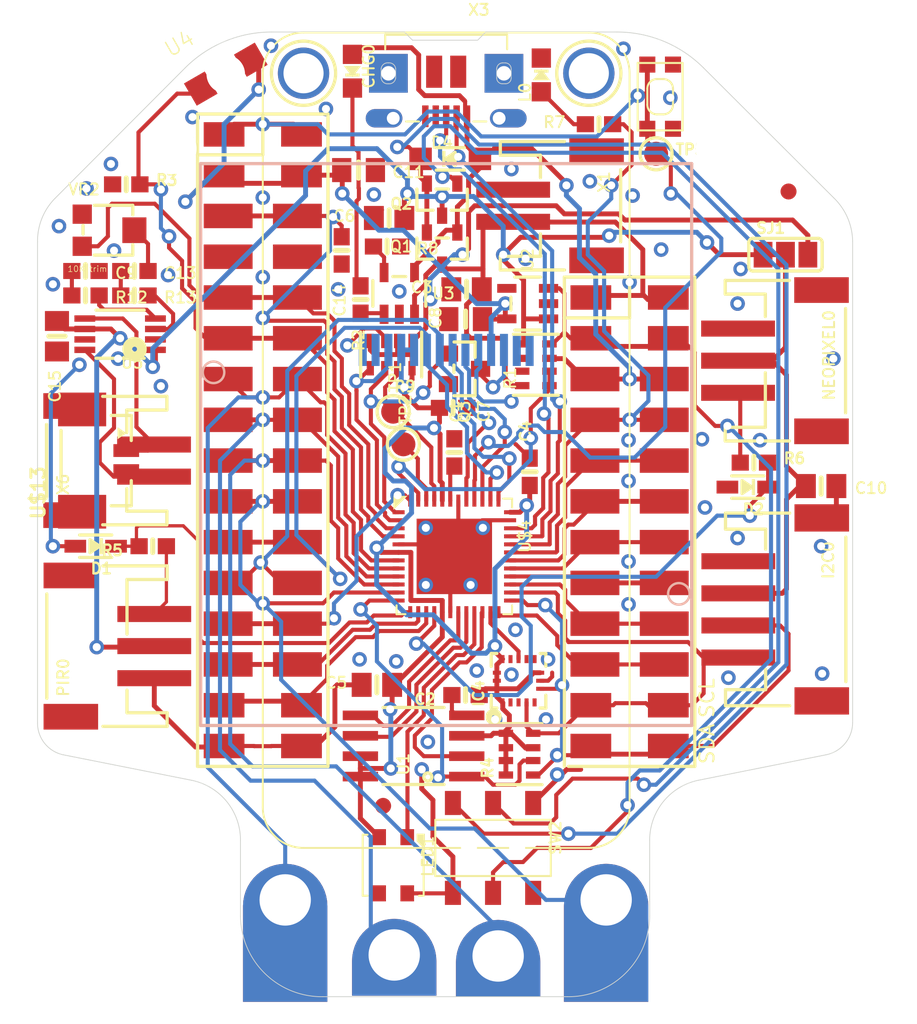
<source format=kicad_pcb>
(kicad_pcb (version 20211014) (generator pcbnew)
  (layers (0 "F.Cu" signal) (31 "B.Cu" signal) (34 "B.Paste" user) (35 "F.Paste" user) (36 "B.SilkS" user "B.Silkscreen") (37 "F.SilkS" user "F.Silkscreen") (38 "B.Mask" user) (39 "F.Mask" user) (44 "Edge.Cuts" user))
  (net 0 "")
  (net 1 "GND")
  (net 2 "MOSI")
  (net 3 "MISO")
  (net 4 "SCK")
  (net 5 "A5")
  (net 6 "A4")
  (net 7 "A3")
  (net 8 "A2")
  (net 9 "A1")
  (net 10 "D11")
  (net 11 "D12")
  (net 12 "+3V3")
  (net 13 "VBUS")
  (net 14 "VBAT")
  (net 15 "N$2")
  (net 16 "AREF")
  (net 17 "D13")
  (net 18 "A0")
  (net 19 "N$1")
  (net 20 "CHG_LED")
  (net 21 "CHG_RATE")
  (net 22 "VDDCORE")
  (net 23 "SCL")
  (net 24 "SDA")
  (net 25 "D9")
  (net 26 "D6")
  (net 27 "D5")
  (net 28 "TX")
  (net 29 "RX")
  (net 30 "D10")
  (net 31 "D+")
  (net 32 "D-")
  (net 33 "~{RESET}")
  (net 34 "SWCLK")
  (net 35 "SWDIO")
  (net 36 "TFT_CS")
  (net 37 "TFT_RESET")
  (net 38 "EN")
  (net 39 "FLASH_CS")
  (net 40 "N$6")
  (net 41 "N$19")
  (net 42 "N$20")
  (net 43 "N$21")
  (net 44 "N$22")
  (net 45 "N$23")
  (net 46 "V+")
  (net 47 "SPKR+")
  (net 48 "SPKR-")
  (net 49 "N$8")
  (net 50 "ON/OFF")
  (net 51 "BACKLITE")
  (net 52 "FLASHMOSI")
  (net 53 "FLASHSCK")
  (net 54 "D4")
  (net 55 "D3")
  (net 56 "FLASHMISO")
  (net 57 "TFT_DC")
  (net 58 "VBATT")
  (net 59 "D2")
  (net 60 "D8_NEOPIX")
  (net 61 "VCC")
  (net 62 "N$3")
  (net 63 "SENSORIN")
  (net 64 "NEOPIXELOUT")
  (footprint "boardEagle:CHIPLED_0805_NOOUTLINE" (layer "F.Cu") (at 142.727868 77.396654 180)
    (fp_text reference "CHG0")
    (fp_text value "ORANGE")
  )
  (footprint "boardEagle:4UCONN_20329_V2" (layer "F.Cu") (at 148.569868 79.428654 180)
    (fp_text reference "X3")
    (fp_text value "microUSB")
    (fp_line (start 4.05 1.6) (end 4.05 2.2) (layer "Edge.Cuts") (width 0.05))
    (fp_line (start -4.05 2.15) (end -4.05 1.6) (layer "Edge.Cuts") (width 0.05))
    (fp_line (start -3.7 1.25) (end -3.5 1.25) (layer "Edge.Cuts") (width 0.05))
    (fp_line (start -3.5 2.55) (end -3.7 2.55) (layer "Edge.Cuts") (width 0.05))
    (fp_line (start -3.15 1.6) (end -3.15 2.15) (layer "Edge.Cuts") (width 0.05))
    (fp_line (start 3.15 2.2) (end 3.15 1.6) (layer "Edge.Cuts") (width 0.05))
    (fp_arc (start 3.6 1.25) (mid 3.897487 1.331802) (end 4.05 1.6) (layer "Edge.Cuts") (width 0.05))
    (fp_arc (start -3.5 1.25) (mid -3.252513 1.352513) (end -3.15 1.6) (layer "Edge.Cuts") (width 0.05))
    (fp_arc (start 3.15 1.6) (mid 3.302513 1.331802) (end 3.6 1.25) (layer "Edge.Cuts") (width 0.05))
    (fp_arc (start -4.05 1.6) (mid -3.947487 1.352513) (end -3.7 1.25) (layer "Edge.Cuts") (width 0.05))
    (fp_arc (start 3.6 2.55) (mid 3.302513 2.468198) (end 3.15 2.2) (layer "Edge.Cuts") (width 0.05))
    (fp_arc (start -3.7 2.55) (mid -3.957843 2.422487) (end -4.05 2.15) (layer "Edge.Cuts") (width 0.05))
    (fp_arc (start 4.05 2.2) (mid 3.897487 2.468198) (end 3.6 2.55) (layer "Edge.Cuts") (width 0.05))
    (fp_arc (start -3.15 2.15) (mid -3.242157 2.422487) (end -3.5 2.55) (layer "Edge.Cuts") (width 0.05))
  )
  (footprint "boardEagle:TRIMPOT_BOURNS_3303W" (layer "F.Cu") (at 127.487868 87.302654 -90)
    (fp_text reference "VR2")
    (fp_text value "10K trim")
  )
  (footprint "boardEagle:0805_10MGAP" (layer "F.Cu") (at 143.108868 83.556154)
    (fp_text reference "C11")
    (fp_text value "10uF")
  )
  (footprint "boardEagle:0603-NO" (layer "F.Cu") (at 158.094868 80.698654 180)
    (fp_text reference "R7")
    (fp_text value "2.2K")
  )
  (footprint "boardEagle:0805-NO" (layer "F.Cu") (at 149.839868 90.985654 180)
    (fp_text reference "C3")
    (fp_text value "10µF")
  )
  (footprint "boardEagle:LED3535" (layer "F.Cu") (at 145.267868 126.863154 -90)
    (fp_text reference "LED1")
    (fp_text value "WS2812B3535")
  )
  (footprint "boardEagle:PCB_ALLI" (layer "F.Cu") (at 145.331368 131.943154 180)
    (fp_text reference "TP4" hide)
    (fp_text value "SEWTAPPCB_ALLIGATOR" hide)
  )
  (footprint "boardEagle:SOT23-R" (layer "F.Cu") (at 148.315868 88.445654 180)
    (fp_text reference "Q1")
    (fp_text value "DMG341")
  )
  (footprint "boardEagle:SOIC8_208MIL" (layer "F.Cu") (at 146.537868 119.433654 90)
    (fp_text reference "U1")
    (fp_text value "2MB Flash")
  )
  (footprint "boardEagle:SOT23-5" (layer "F.Cu") (at 145.648868 91.239654)
    (fp_text reference "U3")
    (fp_text value "MCP73831T-2ACI/OT")
  )
  (footprint "boardEagle:0603-NO" (layer "F.Cu") (at 143.235868 91.620654 -90)
    (fp_text reference "R2")
    (fp_text value "1K")
  )
  (footprint "" (layer "F.Cu") (at 157.459868 123.243654)
    (fp_text reference "@HOLE0" hide)
    (fp_text value "")
  )
  (footprint "boardEagle:53398-0271" (layer "F.Cu") (at 127.360868 101.653654 90)
    (fp_text reference "U$13")
    (fp_text value "CON_MOLEX_2P")
  )
  (footprint "boardEagle:PCB_ALLI_LONG" (layer "F.Cu") (at 138.536868 128.514154 180)
    (fp_text reference "TP3" hide)
    (fp_text value "SEWTAP_ALLILONG" hide)
  )
  (footprint "boardEagle:JSTPH4" (layer "F.Cu") (at 170.477368 110.924654 -90)
    (fp_text reference "I2C0")
    (fp_text value "JST PH 4")
  )
  (footprint "boardEagle:0603-NO" (layer "F.Cu") (at 149.001868 98.368654)
    (fp_text reference "C7")
    (fp_text value "1uF")
  )
  (footprint "boardEagle:KMR2" (layer "F.Cu") (at 161.904868 78.984154 90)
    (fp_text reference "SW1" hide)
    (fp_text value "SPST_TACT-KMR2" hide)
  )
  (footprint "boardEagle:JSTPH2" (layer "F.Cu") (at 126.662368 101.653654 90)
    (fp_text reference "X6")
    (fp_text value "CON_JST_PH_2PIN_MTPH2")
  )
  (footprint "boardEagle:JSTPH3" (layer "F.Cu") (at 127.678368 113.210654 90)
    (fp_text reference "PIR0")
    (fp_text value "JST PH 3")
  )
  (footprint "boardEagle:0603-NO" (layer "F.Cu") (at 130.281868 106.987654 180)
    (fp_text reference "R5")
    (fp_text value "1K")
  )
  (footprint "boardEagle:PCB_ALLI_LONG" (layer "F.Cu") (at 158.539368 128.514154 180)
    (fp_text reference "TP29" hide)
    (fp_text value "SEWTAP_ALLILONG" hide)
  )
  (footprint "boardEagle:0805-NO" (layer "F.Cu") (at 144.251868 115.623654 180)
    (fp_text reference "C5")
    (fp_text value "10uF")
  )
  (footprint "boardEagle:TESTPOINT_ROUND_1.5MM" (layer "F.Cu") (at 145.267868 98.605654 90)
    (fp_text reference "TP1")
    (fp_text value "")
  )
  (footprint "boardEagle:0603-NO" (layer "F.Cu") (at 129.138868 89.842654)
    (fp_text reference "C13")
    (fp_text value "1uF")
  )
  (footprint "" (layer "F.Cu") (at 139.679868 123.243654)
    (fp_text reference "@HOLE1" hide)
    (fp_text value "")
  )
  (footprint "boardEagle:SOT23-R" (layer "F.Cu") (at 148.315868 85.397654 180)
    (fp_text reference "Q2")
    (fp_text value "DMG341")
  )
  (footprint "boardEagle:TESTPOINT_ROUND_1.5MM" (layer "F.Cu") (at 145.902868 100.637654 90)
    (fp_text reference "TP2")
    (fp_text value "")
  )
  (footprint "boardEagle:0603-NO" (layer "F.Cu") (at 128.630868 84.445154)
    (fp_text reference "R3")
    (fp_text value "10K")
  )
  (footprint "boardEagle:0603-NO" (layer "F.Cu") (at 126.090868 89.842654)
    (fp_text reference "C9")
    (fp_text value "1uF")
  )
  (footprint "boardEagle:TESTPOINT_ROUND_1.5MM" (layer "F.Cu") (at 161.650868 82.540154)
    (fp_text reference "TP5")
    (fp_text value "")
  )
  (footprint "boardEagle:0805-NO" (layer "F.Cu") (at 171.937868 103.241154)
    (fp_text reference "C10")
    (fp_text value "10uF")
  )
  (footprint "boardEagle:PCB_ALLI" (layer "F.Cu") (at 151.808368 132.006654 180)
    (fp_text reference "TP28" hide)
    (fp_text value "SEWTAPPCB_ALLIGATOR" hide)
  )
  (footprint "boardEagle:SOLDERJUMPER_2WAY_OPEN_NOPASTE" (layer "F.Cu") (at 169.715368 88.826654)
    (fp_text reference "SJ1")
    (fp_text value "")
  )
  (footprint "boardEagle:EG1390" (layer "F.Cu") (at 151.490868 125.783654 180)
    (fp_text reference "SW2")
    (fp_text value "Slide Switch")
  )
  (footprint "boardEagle:MOUNTINGHOLE_2.5_PLATED" (layer "F.Cu") (at 157.459868 77.523654 180)
    (fp_text reference "U$31" hide)
    (fp_text value "MOUNTINGHOLE2.5" hide)
  )
  (footprint "boardEagle:JSTPH3" (layer "F.Cu") (at 169.461368 95.430654 -90)
    (fp_text reference "NEOPIXEL0")
    (fp_text value "JST PH 3")
  )
  (footprint "boardEagle:RESPACK_4X0603" (layer "F.Cu") (at 145.140868 95.049654 180)
    (fp_text reference "R9")
    (fp_text value "10K")
  )
  (footprint "boardEagle:JSTPH2" (layer "F.Cu") (at 156.443868 85.778654 -90)
    (fp_text reference "X1")
    (fp_text value "JSTPH")
  )
  (footprint "" (layer "F.Cu") (at 165.714868 82.222654)
    (fp_text reference "@HOLE3" hide)
    (fp_text value "")
  )
  (footprint "boardEagle:FIDUCIAL_1MM" (layer "F.Cu") (at 169.905868 84.889654 180)
    (fp_text reference "U$34" hide)
    (fp_text value "FIDUCIAL_1MM" hide)
  )
  (footprint "boardEagle:MSOP8_0.65MM" (layer "F.Cu") (at 128.249868 93.779654 90)
    (fp_text reference "U5")
    (fp_text value "PAM8302AASCR")
  )
  (footprint "boardEagle:SOD-323" (layer "F.Cu") (at 167.365868 103.304654 180)
    (fp_text reference "D2")
    (fp_text value "3.6V")
  )
  (footprint "boardEagle:0603-NO" (layer "F.Cu") (at 149.776368 116.258654 180)
    (fp_text reference "C2")
    (fp_text value "1uF")
  )
  (footprint "boardEagle:TQFN48_7MM" (layer "F.Cu") (at 149.077868 107.622654 -90)
    (fp_text reference "U$4")
    (fp_text value "ATSAMD21G18_QFN")
  )
  (footprint "boardEagle:ALS-PT26-21C" (layer "F.Cu") (at 134.833184 77.579451 30)
    (fp_text reference "U4")
    (fp_text value "ALS-PT21" hide)
  )
  (footprint "boardEagle:0603-NO" (layer "F.Cu") (at 167.746868 101.780654)
    (fp_text reference "R6")
    (fp_text value "1K")
  )
  (footprint "boardEagle:HALLOWING_FRONT" (layer "F.Cu") (at 123.169868 135.054654)
    (fp_text reference "U$12" hide)
    (fp_text value "" hide)
    (fp_line (start 14.522546 -60.099453) (end 22.791293 -60.099453) (layer "Edge.Cuts") (width 0.05))
    (fp_line (start 1.018834 -49.734062) (end 9.128428 -57.861637) (layer "Edge.Cuts") (width 0.05))
    (fp_line (start 27.363293 -59.591453) (end 27.871293 -60.099453) (layer "Edge.Cuts") (width 0.05))
    (fp_line (start 9.511934 -13.489643) (end 1.542459 -15.070762) (layer "Edge.Cuts") (width 0.05))
    (fp_line (start 12.580493 -5.006853) (end 12.580493 -9.752484) (layer "Edge.Cuts") (width 0.05))
    (fp_line (start -0.068706 -17.063915) (end -0.068706 -47.042971) (layer "Edge.Cuts") (width 0.05))
    (fp_line (start 49.047784 -15.068243) (end 41.146775 -13.492184) (layer "Edge.Cuts") (width 0.05))
    (fp_line (start 32.951293 -0.003053) (end 17.711293 -0.003053) (layer "Edge.Cuts") (width 0.05))
    (fp_line (start 23.299293 -59.591453) (end 27.363293 -59.591453) (layer "Edge.Cuts") (width 0.05))
    (fp_line (start 27.871293 -60.099453) (end 36.048328 -60.099453) (layer "Edge.Cuts") (width 0.05))
    (fp_line (start 22.791293 -60.099453) (end 23.299293 -59.591453) (layer "Edge.Cuts") (width 0.05))
    (fp_line (start 41.430512 -57.873568) (end 49.561584 -49.760487) (layer "Edge.Cuts") (width 0.05))
    (fp_line (start 38.082093 -9.755793) (end 38.082093 -5.006853) (layer "Edge.Cuts") (width 0.05))
    (fp_line (start 50.731293 -47.063428) (end 50.731293 -17.060628) (layer "Edge.Cuts") (width 0.05))
    (fp_arc (start 36.048328 -60.099453) (mid 38.960478 -59.521027) (end 41.430513 -57.873567) (layer "Edge.Cuts") (width 0.05))
    (fp_arc (start 49.561584 -49.760487) (mid 50.415066 -48.52846) (end 50.731294 -47.063427) (layer "Edge.Cuts") (width 0.05))
    (fp_arc (start 1.542459 -15.070762) (mid 0.380156 -15.778983) (end -0.068706 -17.063914) (layer "Edge.Cuts") (width 0.05))
    (fp_arc (start 50.731293 -17.060628) (mid 50.245578 -15.763591) (end 49.047784 -15.068241) (layer "Edge.Cuts") (width 0.05))
    (fp_arc (start 38.082093 -5.006853) (mid 36.553014 -1.44233) (end 32.951293 -0.003053) (layer "Edge.Cuts") (width 0.05))
    (fp_arc (start 38.082091 -9.755792) (mid 38.946266 -12.172035) (end 41.146775 -13.492184) (layer "Edge.Cuts") (width 0.05))
    (fp_arc (start -0.068706 -47.042971) (mid 0.207806 -48.496523) (end 1.018835 -49.734062) (layer "Edge.Cuts") (width 0.05))
    (fp_arc (start 17.711293 -0.003053) (mid 14.109572 -1.44233) (end 12.580493 -5.006853) (layer "Edge.Cuts") (width 0.05))
    (fp_arc (start 9.128428 -57.861637) (mid 11.6026 -59.517799) (end 14.522546 -60.099452) (layer "Edge.Cuts") (width 0.05))
    (fp_arc (start 9.511933 -13.489643) (mid 11.715063 -12.170252) (end 12.580493 -9.752484) (layer "Edge.Cuts") (width 0.05))
  )
  (footprint "boardEagle:0603-NO" (layer "F.Cu") (at 153.776868 102.352154 90)
    (fp_text reference "C4")
    (fp_text value "1uF")
  )
  (footprint "boardEagle:0603-NO" (layer "F.Cu") (at 129.138868 91.366654)
    (fp_text reference "R13")
    (fp_text value "100")
  )
  (footprint "boardEagle:SOT23-WIDE" (layer "F.Cu") (at 149.712868 95.938654 -90)
    (fp_text reference "Q3")
    (fp_text value "BSS138")
  )
  (footprint "boardEagle:CHIPLED_0805_NOOUTLINE" (layer "F.Cu") (at 154.498868 77.628654)
    (fp_text reference "L0")
    (fp_text value "RED")
  )
  (footprint "boardEagle:MOUNTINGHOLE_2.5_PLATED" (layer "F.Cu") (at 139.679868 77.523654 180)
    (fp_text reference "U$32" hide)
    (fp_text value "MOUNTINGHOLE2.5" hide)
  )
  (footprint "boardEagle:RESPACK_4X0603" (layer "F.Cu") (at 154.157868 95.684654 90)
    (fp_text reference "R1")
    (fp_text value "100K")
  )
  (footprint "boardEagle:RESPACK_4X0603" (layer "F.Cu") (at 153.141868 119.941654 90)
    (fp_text reference "R4")
    (fp_text value "10K")
  )
  (footprint "boardEagle:0805-NO" (layer "F.Cu") (at 145.013868 86.540654 180)
    (fp_text reference "C6")
    (fp_text value "10µF")
  )
  (footprint "boardEagle:0805_10MGAP" (layer "F.Cu") (at 149.779868 92.842154 180)
    (fp_text reference "C8")
    (fp_text value "10µF")
  )
  (footprint "boardEagle:0603-NO" (layer "F.Cu") (at 144.886868 88.318654)
    (fp_text reference "R8")
    (fp_text value "10K")
  )
  (footprint "boardEagle:SOD-323" (layer "F.Cu") (at 126.725868 106.987654 180)
    (fp_text reference "D1")
    (fp_text value "3.6V")
  )
  (footprint "boardEagle:SOT23-5" (layer "F.Cu") (at 153.649868 91.874654 90)
    (fp_text reference "U2")
    (fp_text value "AP2112-3.3")
  )
  (footprint "boardEagle:0805-NO" (layer "F.Cu") (at 124.312868 93.906654 -90)
    (fp_text reference "C15")
    (fp_text value "10uF")
  )
  (footprint "boardEagle:0603-NO" (layer "F.Cu") (at 149.077868 101.145654 90)
    (fp_text reference "C1")
    (fp_text value "1uF")
  )
  (footprint "boardEagle:0603-NO" (layer "F.Cu") (at 126.090868 91.366654)
    (fp_text reference "R12")
    (fp_text value "100")
  )
  (footprint "boardEagle:SOD-123" (layer "F.Cu") (at 148.823868 82.857654)
    (fp_text reference "D4")
    (fp_text value "MBR120")
  )
  (footprint "boardEagle:FEATHERWING_SMT_NOHOLES" (layer "F.Cu") (at 137.139868 74.983654 -90)
    (fp_text reference "MS1" hide)
    (fp_text value "FEATHERWING_SMTDUALNOHOLES" hide)
  )
  (footprint "boardEagle:0603-NO" (layer "F.Cu") (at 142.055962 88.559954 -90)
    (fp_text reference "C14")
    (fp_text value "1uF")
  )
  (footprint "boardEagle:FIDUCIAL_1MM" (layer "F.Cu") (at 144.639868 123.163854 180)
    (fp_text reference "U$35" hide)
    (fp_text value "FIDUCIAL_1MM" hide)
  )
  (footprint "" (layer "F.Cu") (at 131.424868 82.222654)
    (fp_text reference "@HOLE2" hide)
    (fp_text value "")
  )
  (footprint "boardEagle:LGA16_3X3MM" (layer "F.Cu") (at 153.078368 115.369654 90)
    (fp_text reference "IC4")
    (fp_text value "LIS3DH")
  )
  (footprint "boardEagle:TFT_1.44IN_128_128" (layer "B.Cu") (at 148.569868 81.905154)
    (fp_text reference "TFT0" hide)
    (fp_text value "DISP_LCD_ST7735_1.44IN" hide)
  )
  (footprint "boardEagle:HALLOWING_BACK" (layer "B.Cu") (at 173.969868 135.054654 180)
    (fp_text reference "U$8" hide)
    (fp_text value "" hide)
  )
  (gr_text "SCL" (at 164.825868 116.449154 90) (layer "F.SilkS") (effects (font (size 0.89408 0.89408) (thickness 0.12192))))
  (gr_text "SDA" (at 164.825868 119.306654 90) (layer "F.SilkS") (effects (font (size 0.89408 0.89408) (thickness 0.12192))))
  (segment (start 149.077868 107.622654) (end 149.077868 107.138654) (width 0.254) (layer "F.Cu") (net 1))
  (segment (start 130.378368 116.926654) (end 132.948868 119.497154) (width 0.3048) (layer "F.Cu") (net 1))
  (segment (start 148.990868 126.331654) (end 147.744368 125.085154) (width 0.3048) (layer "F.Cu") (net 1))
  (segment (start 141.635668 115.763354) (end 141.775368 115.623654) (width 0.3048) (layer "F.Cu") (net 1))
  (segment (start 144.063868 86.540654) (end 144.566868 86.037654) (width 0.254) (layer "F.Cu") (net 1))
  (segment (start 140.441868 119.433654) (end 141.635668 118.239854) (width 0.3048) (layer "F.Cu") (net 1))
  (segment (start 156.080368 120.894154) (end 156.951868 120.894154) (width 0.3048) (layer "F.Cu") (net 1))
  (segment (start 154.428368 115.369654) (end 154.919868 115.369654) (width 0.254) (layer "F.Cu") (net 1))
  (segment (start 154.919868 115.369654) (end 155.173868 115.115654) (width 0.254) (layer "F.Cu") (net 1))
  (segment (start 125.455868 106.987654) (end 124.058868 106.987654) (width 0.254) (layer "F.Cu") (net 1))
  (segment (start 130.378368 115.210654) (end 130.378368 116.926654) (width 0.3048) (layer "F.Cu") (net 1))
  (segment (start 148.827868 107.872654) (end 149.077868 107.622654) (width 0.254) (layer "F.Cu") (net 1))
  (segment (start 148.827868 111.097654) (end 148.827868 107.872654) (width 0.254) (layer "F.Cu") (net 1))
  (segment (start 148.926368 116.258654) (end 148.926368 117.250154) (width 0.254) (layer "F.Cu") (net 1))
  (segment (start 148.823868 106.860654) (end 148.811868 106.872654) (width 0.254) (layer "F.Cu") (net 1))
  (segment (start 147.045868 122.100654) (end 147.045868 120.894154) (width 0.3048) (layer "F.Cu") (net 1))
  (segment (start 148.961368 128.613154) (end 148.990868 128.583654) (width 0.254) (layer "F.Cu") (net 1))
  (segment (start 136.598256 119.433654) (end 134.726868 119.433654) (width 0.254) (layer "F.Cu") (net 1))
  (segment (start 144.202643 93.419454) (end 143.469068 93.419454) (width 0.254) (layer "F.Cu") (net 1))
  (segment (start 148.811868 106.872654) (end 145.602868 106.872654) (width 0.254) (layer "F.Cu") (net 1))
  (segment (start 139.552868 119.433654) (end 140.441868 119.433654) (width 0.3048) (layer "F.Cu") (net 1))
  (segment (start 149.077868 107.622654) (end 149.077868 107.114654) (width 0.254) (layer "F.Cu") (net 1))
  (segment (start 147.744368 122.799154) (end 147.045868 122.100654) (width 0.3048) (layer "F.Cu") (net 1))
  (segment (start 149.077868 107.622654) (end 149.327868 107.372654) (width 0.254) (layer "F.Cu") (net 1))
  (segment (start 137.681481 119.433654) (end 137.670481 119.444654) (width 0.254) (layer "F.Cu") (net 1))
  (segment (start 152.552868 105.372654) (end 150.819868 105.372654) (width 0.254) (layer "F.Cu") (net 1))
  (segment (start 172.887868 103.241154) (end 172.887868 104.767654) (width 0.3048) (layer "F.Cu") (net 1))
  (segment (start 132.948868 119.497154) (end 134.663368 119.497154) (width 0.3048) (layer "F.Cu") (net 1))
  (segment (start 149.077868 107.622654) (end 150.855868 105.844654) (width 0.254) (layer "F.Cu") (net 1))
  (segment (start 153.990868 122.983654) (end 156.080368 120.894154) (width 0.3048) (layer "F.Cu") (net 1))
  (segment (start 144.740868 94.199654) (end 144.740868 93.957679) (width 0.254) (layer "F.Cu") (net 1))
  (segment (start 139.552868 119.433654) (end 137.681481 119.433654) (width 0.254) (layer "F.Cu") (net 1))
  (segment (start 147.744368 125.085154) (end 147.744368 122.799154) (width 0.3048) (layer "F.Cu") (net 1))
  (segment (start 141.635668 118.239854) (end 141.635668 115.763354) (width 0.3048) (layer "F.Cu") (net 1))
  (segment (start 149.327868 107.372654) (end 149.327868 104.147654) (width 0.254) (layer "F.Cu") (net 1))
  (segment (start 149.053368 117.377154) (end 149.204868 117.528654) (width 0.3048) (layer "F.Cu") (net 1))
  (segment (start 145.540868 92.647754) (end 145.648868 92.539754) (width 0.254) (layer "F.Cu") (net 1))
  (segment (start 137.670481 119.444654) (end 136.609256 119.444654) (width 0.254) (layer "F.Cu") (net 1))
  (segment (start 134.663368 119.497154) (end 134.726868 119.433654) (width 0.3048) (layer "F.Cu") (net 1))
  (segment (start 149.204868 117.528654) (end 149.852868 117.528654) (width 0.3048) (layer "F.Cu") (net 1))
  (segment (start 143.469068 93.419454) (end 142.410368 94.478154) (width 0.254) (layer "F.Cu") (net 1))
  (segment (start 146.142868 128.613154) (end 148.961368 128.613154) (width 0.254) (layer "F.Cu") (net 1))
  (segment (start 141.775368 115.623654) (end 143.301868 115.623654) (width 0.3048) (layer "F.Cu") (net 1))
  (segment (start 172.430868 105.224654) (end 171.977368 105.224654) (width 0.3048) (layer "F.Cu") (net 1))
  (segment (start 148.926368 117.250154) (end 149.053368 117.377154) (width 0.254) (layer "F.Cu") (net 1))
  (segment (start 152.912368 100.637654) (end 152.887868 100.637654) (width 0.254) (layer "F.Cu") (net 1))
  (segment (start 149.077868 107.138654) (end 148.811868 106.872654) (width 0.254) (layer "F.Cu") (net 1))
  (segment (start 136.609256 119.444654) (end 136.598256 119.433654) (width 0.254) (layer "F.Cu") (net 1))
  (segment (start 148.990868 128.583654) (end 148.990868 126.331654) (width 0.3048) (layer "F.Cu") (net 1))
  (segment (start 153.776868 101.502154) (end 152.912368 100.637654) (width 0.254) (layer "F.Cu") (net 1))
  (segment (start 149.077868 107.114654) (end 150.819868 105.372654) (width 0.254) (layer "F.Cu") (net 1))
  (segment (start 144.740868 93.957679) (end 144.202643 93.419454) (width 0.254) (layer "F.Cu") (net 1))
  (segment (start 155.173868 115.115654) (end 155.173868 114.861654) (width 0.254) (layer "F.Cu") (net 1))
  (segment (start 172.887868 104.767654) (end 172.430868 105.224654) (width 0.3048) (layer "F.Cu") (net 1))
  (via (at 124.058868 106.987654) (size 0.9064) (drill 0.5) (layers "F.Cu" "B.Cu") (net 1))
  (via (at 157.523368 84.254654) (size 0.9064) (drill 0.5) (layers "F.Cu" "B.Cu") (net 1))
  (via (at 145.648868 91.112654) (size 0.9064) (drill 0.5) (layers "F.Cu" "B.Cu") (net 1))
  (via (at 126.154368 84.699154) (size 0.9064) (drill 0.5) (layers "F.Cu" "B.Cu") (net 1))
  (via (at 159.936368 100.383654) (size 0.9064) (drill 0.5) (layers "F.Cu" "B.Cu") (net 1))
  (via (at 127.678368 83.175154) (size 0.9064) (drill 0.5) (layers "F.Cu" "B.Cu") (net 1))
  (via (at 164.698868 104.574654) (size 0.9064) (drill 0.5) (layers "F.Cu" "B.Cu") (net 1))
  (via (at 150.474868 114.734654) (size 0.9064) (drill 0.5) (layers "F.Cu" "B.Cu") (net 1))
  (via (at 166.730868 91.874654) (size 0.9064) (drill 0.5) (layers "F.Cu" "B.Cu") (net 1))
  (via (at 147.045868 120.894154) (size 0.9064) (drill 0.5) (layers "F.Cu" "B.Cu") (net 1))
  (via (at 152.633868 114.988654) (size 0.9064) (drill 0.5) (layers "F.Cu" "B.Cu") (net 1))
  (via (at 160.190368 85.143654) (size 0.9064) (drill 0.5) (layers "F.Cu" "B.Cu") (net 1))
  (via (at 161.968368 88.509154) (size 0.9064) (drill 0.5) (layers "F.Cu" "B.Cu") (net 1))
  (via (at 150.093868 109.400654) (size 0.9064) (drill 0.5) (layers "F.Cu" "B.Cu") (net 1))
  (via (at 124.439868 87.048654) (size 0.9064) (drill 0.5) (layers "F.Cu" "B.Cu") (net 1))
  (via (at 152.887868 112.194654) (size 0.9064) (drill 0.5) (layers "F.Cu" "B.Cu") (net 1))
  (via (at 144.061368 85.080154) (size 0.9064) (drill 0.5) (layers "F.Cu" "B.Cu") (net 1))
  (via (at 159.936368 110.607154) (size 0.9064) (drill 0.5) (layers "F.Cu" "B.Cu") (net 1))
  (via (at 147.299868 105.844654) (size 0.9064) (drill 0.5) (layers "F.Cu" "B.Cu") (net 1))
  (via (at 159.999868 90.541154) (size 0.9064) (drill 0.5) (layers "F.Cu" "B.Cu") (net 1))
  (via (at 159.618868 75.999654) (size 0.9064) (drill 0.5) (layers "F.Cu" "B.Cu") (net 1))
  (via (at 137.139868 85.270654) (size 0.9064) (drill 0.5) (layers "F.Cu" "B.Cu") (net 1))
  (via (at 147.299868 109.400654) (size 0.9064) (drill 0.5) (layers "F.Cu" "B.Cu") (net 1))
  (via (at 159.936368 102.923654) (size 0.9064) (drill 0.5) (layers "F.Cu" "B.Cu") (net 1))
  (via (at 150.855868 105.844654) (size 0.9064) (drill 0.5) (layers "F.Cu" "B.Cu") (net 1))
  (via (at 171.937868 106.987654) (size 0.9064) (drill 0.5) (layers "F.Cu" "B.Cu") (net 1))
  (via (at 166.159368 115.179154) (size 0.9064) (drill 0.5) (layers "F.Cu" "B.Cu") (net 1))
  (via (at 128.122868 95.303654) (size 0.9064) (drill 0.5) (layers "F.Cu" "B.Cu") (net 1))
  (via (at 132.758368 80.254154) (size 0.9064) (drill 0.5) (layers "F.Cu" "B.Cu") (net 1))
  (via (at 124.058868 90.668154) (size 0.9064) (drill 0.5) (layers "F.Cu" "B.Cu") (net 1))
  (via (at 172.699868 95.303654) (size 0.9064) (drill 0.5) (layers "F.Cu" "B.Cu") (net 1))
  (via (at 152.633868 97.970654) (size 0.9064) (drill 0.5) (layers "F.Cu" "B.Cu") (net 1))
  (via (at 125.709868 95.684654) (size 0.9064) (drill 0.5) (layers "F.Cu" "B.Cu") (net 1))
  (via (at 143.172368 114.036154) (size 0.9064) (drill 0.5) (layers "F.Cu" "B.Cu") (net 1))
  (via (at 131.234368 90.096654) (size 0.9064) (drill 0.5) (layers "F.Cu" "B.Cu") (net 1))
  (via (at 147.426868 119.179654) (size 0.9064) (drill 0.5) (layers "F.Cu" "B.Cu") (net 1))
  (via (at 166.730868 106.479654) (size 0.9064) (drill 0.5) (layers "F.Cu" "B.Cu") (net 1))
  (via (at 159.936368 107.940154) (size 0.9064) (drill 0.5) (layers "F.Cu" "B.Cu") (net 1))
  (via (at 152.633868 83.492654) (size 0.9064) (drill 0.5) (layers "F.Cu" "B.Cu") (net 1))
  (via (at 141.076868 79.746154) (size 0.9064) (drill 0.5) (layers "F.Cu" "B.Cu") (net 1))
  (via (at 154.792868 117.782654) (size 0.9064) (drill 0.5) (layers "F.Cu" "B.Cu") (net 1))
  (via (at 127.868868 88.572654) (size 0.9064) (drill 0.5) (layers "F.Cu" "B.Cu") (net 1))
  (via (at 154.919868 114.036154) (size 0.9064) (drill 0.5) (layers "F.Cu" "B.Cu") (net 1))
  (via (at 168.127868 100.383654) (size 0.9064) (drill 0.5) (layers "F.Cu" "B.Cu") (net 1))
  (via (at 130.789868 97.018154) (size 0.9064) (drill 0.5) (layers "F.Cu" "B.Cu") (net 1))
  (via (at 137.139868 90.223654) (size 0.9064) (drill 0.5) (layers "F.Cu" "B.Cu") (net 1))
  (via (at 155.491368 121.211654) (size 0.9064) (drill 0.5) (layers "F.Cu" "B.Cu") (net 1))
  (via (at 166.921368 89.715654) (size 0.9064) (drill 0.5) (layers "F.Cu" "B.Cu") (net 1))
  (via (at 164.508368 100.320154) (size 0.9064) (drill 0.5) (layers "F.Cu" "B.Cu") (net 1))
  (via (at 141.838868 90.985654) (size 0.9064) (drill 0.5) (layers "F.Cu" "B.Cu") (net 1))
  (via (at 153.522868 89.080654) (size 0.9064) (drill 0.5) (layers "F.Cu" "B.Cu") (net 1))
  (via (at 142.410368 94.478154) (size 0.9064) (drill 0.5) (layers "F.Cu" "B.Cu") (net 1))
  (via (at 145.458368 114.163154) (size 0.9064) (drill 0.5) (layers "F.Cu" "B.Cu") (net 1))
  (via (at 172.001368 114.925154) (size 0.9064) (drill 0.5) (layers "F.Cu" "B.Cu") (net 1))
  (via (at 151.617868 117.782654) (size 0.9064) (drill 0.5) (layers "F.Cu" "B.Cu") (net 1))
  (via (at 137.647868 75.809154) (size 0.9064) (drill 0.5) (layers "F.Cu" "B.Cu") (net 1))
  (via (at 162.539868 79.047654) (size 0.9064) (drill 0.5) (layers "F.Cu" "B.Cu") (net 1))
  (segment (start 150.453468 96.087054) (end 150.453468 97.568254) (width 0.254) (layer "B.Cu") (net 1))
  (segment (start 123.931868 97.462654) (end 125.709868 95.684654) (width 0.254) (layer "B.Cu") (net 1))
  (segment (start 123.931868 106.860654) (end 123.931868 97.462654) (width 0.254) (layer "B.Cu") (net 1))
  (segment (start 150.855868 97.970654) (end 152.633868 97.970654) (width 0.254) (layer "B.Cu") (net 1))
  (segment (start 150.453468 97.568254) (end 150.855868 97.970654) (width 0.254) (layer "B.Cu") (net 1))
  (segment (start 124.058868 106.987654) (end 123.931868 106.860654) (width 0.254) (layer "B.Cu") (net 1))
  (segment (start 150.696868 95.843654) (end 150.453468 96.087054) (width 0.254) (layer "B.Cu") (net 1))
  (segment (start 134.980868 109.273654) (end 135.742868 109.273654) (width 0.254) (layer "F.Cu") (net 2))
  (segment (start 135.742868 109.273654) (end 137.012868 108.003654) (width 0.254) (layer "F.Cu") (net 2))
  (segment (start 138.282868 109.273654) (end 137.012868 108.003654) (width 0.254) (layer "F.Cu") (net 2))
  (segment (start 152.506868 101.526654) (end 152.506868 102.923654) (width 0.254) (layer "F.Cu") (net 2))
  (segment (start 139.298868 109.273654) (end 138.282868 109.273654) (width 0.254) (layer "F.Cu") (net 2))
  (segment (start 151.827868 103.602654) (end 151.827868 104.147654) (width 0.254) (layer "F.Cu") (net 2))
  (segment (start 152.506868 102.923654) (end 151.827868 103.602654) (width 0.254) (layer "F.Cu") (net 2))
  (via (at 152.506868 101.526654) (size 0.9064) (drill 0.5) (layers "F.Cu" "B.Cu") (net 2))
  (via (at 137.012868 108.003654) (size 0.9064) (drill 0.5) (layers "F.Cu" "B.Cu") (net 2))
  (segment (start 150.874968 101.421054) (end 152.401268 101.421054) (width 0.254) (layer "B.Cu") (net 2))
  (segment (start 137.012868 108.003654) (end 138.663868 106.352654) (width 0.254) (layer "B.Cu") (net 2))
  (segment (start 138.663868 106.352654) (end 138.663868 96.065654) (width 0.254) (layer "B.Cu") (net 2))
  (segment (start 150.326468 99.380998) (end 150.326468 100.872554) (width 0.254) (layer "B.Cu") (net 2))
  (segment (start 150.326468 100.872554) (end 150.874968 101.421054) (width 0.254) (layer "B.Cu") (net 2))
  (segment (start 148.169868 94.760154) (end 148.169868 95.677129) (width 0.254) (layer "B.Cu") (net 2))
  (segment (start 148.169868 93.824154) (end 148.169868 94.760154) (width 0.254) (layer "B.Cu") (net 2))
  (segment (start 152.401268 101.421054) (end 152.506868 101.526654) (width 0.254) (layer "B.Cu") (net 2))
  (segment (start 148.169868 95.677129) (end 149.081868 96.589129) (width 0.254) (layer "B.Cu") (net 2))
  (segment (start 138.663868 96.065654) (end 141.838868 92.890654) (width 0.254) (layer "B.Cu") (net 2))
  (segment (start 149.081868 98.136398) (end 150.326468 99.380998) (width 0.254) (layer "B.Cu") (net 2))
  (segment (start 141.838868 92.890654) (end 147.236368 92.890654) (width 0.254) (layer "B.Cu") (net 2))
  (segment (start 147.236368 92.890654) (end 148.169868 93.824154) (width 0.254) (layer "B.Cu") (net 2))
  (segment (start 149.081868 96.589129) (end 149.081868 98.136398) (width 0.254) (layer "B.Cu") (net 2))
  (segment (start 141.238968 111.813654) (end 141.577262 111.47536) (width 0.254) (layer "F.Cu") (net 3))
  (segment (start 145.992868 103.812654) (end 145.543268 103.812654) (width 0.254) (layer "F.Cu") (net 3))
  (segment (start 139.298868 111.813654) (end 141.238968 111.813654) (width 0.254) (layer "F.Cu") (net 3))
  (segment (start 134.980868 111.813654) (end 139.298868 111.813654) (width 0.3048) (layer "F.Cu") (net 3))
  (segment (start 146.327868 104.147654) (end 145.992868 103.812654) (width 0.254) (layer "F.Cu") (net 3))
  (via (at 145.543268 103.812654) (size 0.9064) (drill 0.5) (layers "F.Cu" "B.Cu") (net 3))
  (via (at 141.577262 111.47536) (size 0.9064) (drill 0.5) (layers "F.Cu" "B.Cu") (net 3))
  (segment (start 142.981868 109.146654) (end 142.981868 106.374054) (width 0.254) (layer "B.Cu") (net 3))
  (segment (start 141.577262 110.55126) (end 142.981868 109.146654) (width 0.254) (layer "B.Cu") (net 3))
  (segment (start 142.981868 106.374054) (end 145.543268 103.812654) (width 0.254) (layer "B.Cu") (net 3))
  (segment (start 141.577262 110.55126) (end 141.577262 111.47536) (width 0.254) (layer "B.Cu") (net 3))
  (segment (start 151.327868 104.147654) (end 151.327868 102.787442) (width 0.254) (layer "F.Cu") (net 4))
  (segment (start 134.980868 106.733654) (end 139.298868 106.733654) (width 0.3048) (layer "F.Cu") (net 4))
  (segment (start 151.327868 102.787442) (end 151.722261 102.393048) (width 0.254) (layer "F.Cu") (net 4))
  (segment (start 139.679868 106.733654) (end 141.965868 109.019654) (width 0.254) (layer "F.Cu") (net 4))
  (segment (start 139.298868 106.733654) (end 139.679868 106.733654) (width 0.254) (layer "F.Cu") (net 4))
  (via (at 141.965868 109.019654) (size 0.9064) (drill 0.5) (layers "F.Cu" "B.Cu") (net 4))
  (via (at 151.722261 102.393048) (size 0.9064) (drill 0.5) (layers "F.Cu" "B.Cu") (net 4))
  (segment (start 147.369868 94.760154) (end 147.369868 95.691154) (width 0.254) (layer "B.Cu") (net 4))
  (segment (start 139.235368 96.383154) (end 139.235368 106.289154) (width 0.254) (layer "B.Cu") (net 4))
  (segment (start 148.624668 98.325779) (end 149.869268 99.570379) (width 0.254) (layer "B.Cu") (net 4))
  (segment (start 139.235368 106.289154) (end 141.965868 109.019654) (width 0.254) (layer "B.Cu") (net 4))
  (segment (start 147.369868 95.691154) (end 148.624668 96.945954) (width 0.254) (layer "B.Cu") (net 4))
  (segment (start 146.918868 93.382064) (end 142.236459 93.382064) (width 0.254) (layer "B.Cu") (net 4))
  (segment (start 149.869268 101.188936) (end 151.07338 102.393048) (width 0.254) (layer "B.Cu") (net 4))
  (segment (start 147.369868 93.833064) (end 146.918868 93.382064) (width 0.254) (layer "B.Cu") (net 4))
  (segment (start 147.426868 94.817154) (end 147.369868 94.760154) (width 0.254) (layer "B.Cu") (net 4))
  (segment (start 147.369868 93.833064) (end 147.369868 94.760154) (width 0.254) (layer "B.Cu") (net 4))
  (segment (start 142.236459 93.382064) (end 139.235368 96.383154) (width 0.254) (layer "B.Cu") (net 4))
  (segment (start 148.624668 96.945954) (end 148.624668 98.325779) (width 0.254) (layer "B.Cu") (net 4))
  (segment (start 149.869268 99.570379) (end 149.869268 101.188936) (width 0.254) (layer "B.Cu") (net 4))
  (segment (start 151.07338 102.393048) (end 151.722261 102.393048) (width 0.254) (layer "B.Cu") (net 4))
  (segment (start 141.571768 109.872654) (end 140.900768 110.543654) (width 0.254) (layer "F.Cu") (net 5))
  (segment (start 139.552868 104.193654) (end 139.298868 104.193654) (width 0.3048) (layer "F.Cu") (net 5))
  (segment (start 137.139868 104.193654) (end 139.298868 104.193654) (width 0.3048) (layer "F.Cu") (net 5))
  (segment (start 140.900768 110.543654) (end 137.139868 110.543654) (width 0.254) (layer "F.Cu") (net 5))
  (segment (start 134.980868 104.193654) (end 137.139868 104.193654) (width 0.3048) (layer "F.Cu") (net 5))
  (segment (start 145.602868 109.872654) (end 141.571768 109.872654) (width 0.254) (layer "F.Cu") (net 5))
  (via (at 137.139868 104.193654) (size 0.9064) (drill 0.5) (layers "F.Cu" "B.Cu") (net 5))
  (via (at 137.139868 110.543654) (size 0.9064) (drill 0.5) (layers "F.Cu" "B.Cu") (net 5))
  (segment (start 135.742868 105.463654) (end 137.012868 104.193654) (width 0.254) (layer "B.Cu") (net 5))
  (segment (start 147.553868 124.577154) (end 138.282868 115.306154) (width 0.254) (layer "B.Cu") (net 5))
  (segment (start 150.347868 124.577154) (end 147.553868 124.577154) (width 0.254) (layer "B.Cu") (net 5))
  (segment (start 135.742868 109.400654) (end 135.742868 105.463654) (width 0.254) (layer "B.Cu") (net 5))
  (segment (start 138.282868 111.686654) (end 137.139868 110.543654) (width 0.254) (layer "B.Cu") (net 5))
  (segment (start 150.347868 124.577154) (end 154.792868 129.022154) (width 0.254) (layer "B.Cu") (net 5))
  (segment (start 154.792868 129.022154) (end 158.539368 129.022154) (width 0.254) (layer "B.Cu") (net 5))
  (segment (start 135.742868 109.400654) (end 136.885868 110.543654) (width 0.254) (layer "B.Cu") (net 5))
  (segment (start 137.012868 104.193654) (end 137.139868 104.193654) (width 0.254) (layer "B.Cu") (net 5))
  (segment (start 138.282868 115.306154) (end 138.282868 111.686654) (width 0.254) (layer "B.Cu") (net 5))
  (segment (start 136.885868 110.543654) (end 137.139868 110.543654) (width 0.254) (layer "B.Cu") (net 5))
  (segment (start 141.838868 105.856235) (end 141.381668 105.399035) (width 0.254) (layer "F.Cu") (net 6))
  (segment (start 141.381668 105.399035) (end 141.381668 101.958454) (width 0.254) (layer "F.Cu") (net 6))
  (segment (start 141.381668 101.958454) (end 141.076868 101.653654) (width 0.254) (layer "F.Cu") (net 6))
  (segment (start 134.980868 101.653654) (end 137.139868 101.653654) (width 0.3048) (layer "F.Cu") (net 6))
  (segment (start 137.139868 101.653654) (end 139.298868 101.653654) (width 0.3048) (layer "F.Cu") (net 6))
  (segment (start 141.076868 101.653654) (end 139.298868 101.653654) (width 0.254) (layer "F.Cu") (net 6))
  (segment (start 141.838868 107.749654) (end 141.838868 105.856235) (width 0.254) (layer "F.Cu") (net 6))
  (segment (start 143.045368 108.956154) (end 141.838868 107.749654) (width 0.254) (layer "F.Cu") (net 6))
  (segment (start 143.461868 109.372654) (end 143.045368 108.956154) (width 0.254) (layer "F.Cu") (net 6))
  (segment (start 144.251868 109.372654) (end 144.061368 109.372654) (width 0.254) (layer "F.Cu") (net 6))
  (segment (start 145.602868 109.372654) (end 144.251868 109.372654) (width 0.254) (layer "F.Cu") (net 6))
  (segment (start 144.061368 109.372654) (end 143.461868 109.372654) (width 0.254) (layer "F.Cu") (net 6))
  (via (at 137.139868 101.653654) (size 0.9064) (drill 0.5) (layers "F.Cu" "B.Cu") (net 6))
  (segment (start 136.504868 101.653654) (end 137.139868 101.653654) (width 0.254) (layer "B.Cu") (net 6))
  (segment (start 135.107868 102.542654) (end 135.107868 119.306654) (width 0.254) (layer "B.Cu") (net 6))
  (segment (start 135.996868 101.653654) (end 137.139868 101.653654) (width 0.254) (layer "B.Cu") (net 6))
  (segment (start 151.808368 130.546154) (end 151.808368 132.514654) (width 0.254) (layer "B.Cu") (net 6))
  (segment (start 152.062368 131.054154) (end 152.062368 132.768654) (width 0.254) (layer "B.Cu") (net 6))
  (segment (start 152.062368 132.768654) (end 151.808368 132.514654) (width 0.254) (layer "B.Cu") (net 6))
  (segment (start 136.504868 120.703654) (end 141.711868 120.703654) (width 0.254) (layer "B.Cu") (net 6))
  (segment (start 141.711868 120.703654) (end 152.062368 131.054154) (width 0.254) (layer "B.Cu") (net 6))
  (segment (start 135.107868 119.306654) (end 136.504868 120.703654) (width 0.254) (layer "B.Cu") (net 6))
  (segment (start 152.062368 132.959154) (end 152.062368 132.768654) (width 0.254) (layer "B.Cu") (net 6))
  (segment (start 135.107868 102.542654) (end 135.996868 101.653654) (width 0.254) (layer "B.Cu") (net 6))
  (segment (start 142.346868 107.611072) (end 142.346868 105.717654) (width 0.254) (layer "F.Cu") (net 7))
  (segment (start 139.298868 99.113654) (end 137.139868 99.113654) (width 0.254) (layer "F.Cu") (net 7))
  (segment (start 134.980868 99.113654) (end 137.139868 99.113654) (width 0.3048) (layer "F.Cu") (net 7))
  (segment (start 142.346868 105.717654) (end 141.838868 105.209654) (width 0.254) (layer "F.Cu") (net 7))
  (segment (start 145.602868 108.872654) (end 143.60845 108.872654) (width 0.254) (layer "F.Cu") (net 7))
  (segment (start 141.838868 105.209654) (end 141.838868 101.399654) (width 0.254) (layer "F.Cu") (net 7))
  (segment (start 143.60845 108.872654) (end 142.346868 107.611072) (width 0.254) (layer "F.Cu") (net 7))
  (segment (start 139.592934 99.15372) (end 141.838868 101.399654) (width 0.254) (layer "F.Cu") (net 7))
  (segment (start 139.338934 99.15372) (end 139.592934 99.15372) (width 0.254) (layer "F.Cu") (net 7))
  (segment (start 139.298868 99.113654) (end 139.338934 99.15372) (width 0.254) (layer "F.Cu") (net 7))
  (via (at 137.139868 99.113654) (size 0.9064) (drill 0.5) (layers "F.Cu" "B.Cu") (net 7))
  (segment (start 145.331368 132.260654) (end 145.331368 132.451154) (width 0.254) (layer "B.Cu") (net 7))
  (segment (start 134.472868 101.653654) (end 137.012868 99.113654) (width 0.254) (layer "B.Cu") (net 7))
  (segment (start 140.363737 121.592654) (end 143.870868 125.099785) (width 0.254) (layer "B.Cu") (net 7))
  (segment (start 134.472868 101.653654) (end 134.472868 119.687654) (width 0.254) (layer "B.Cu") (net 7))
  (segment (start 143.870868 130.800154) (end 145.331368 132.260654) (width 0.254) (layer "B.Cu") (net 7))
  (segment (start 143.870868 125.099785) (end 143.870868 130.800154) (width 0.254) (layer "B.Cu") (net 7))
  (segment (start 134.472868 119.687654) (end 134.504618 119.719404) (width 0.254) (layer "B.Cu") (net 7))
  (segment (start 136.377868 121.592654) (end 140.363737 121.592654) (width 0.254) (layer "B.Cu") (net 7))
  (segment (start 137.012868 99.113654) (end 137.139868 99.113654) (width 0.254) (layer "B.Cu") (net 7))
  (segment (start 134.504618 119.719404) (end 136.377868 121.592654) (width 0.254) (layer "B.Cu") (net 7))
  (segment (start 134.980868 96.573654) (end 136.123868 97.716654) (width 0.254) (layer "F.Cu") (net 8))
  (segment (start 140.441868 96.573654) (end 139.298868 96.573654) (width 0.254) (layer "F.Cu") (net 8))
  (segment (start 141.146165 100.060358) (end 141.146165 100.019333) (width 0.254) (layer "F.Cu") (net 8))
  (segment (start 140.187868 96.573654) (end 139.298868 96.573654) (width 0.254) (layer "F.Cu") (net 8))
  (segment (start 140.959643 98.021454) (end 140.746668 98.021454) (width 0.254) (layer "F.Cu") (net 8))
  (segment (start 141.153068 100.012429) (end 141.153068 98.214879) (width 0.254) (layer "F.Cu") (net 8))
  (segment (start 142.296078 105.020283) (end 142.296078 101.21027) (width 0.254) (layer "F.Cu") (net 8))
  (segment (start 142.804068 105.528272) (end 142.296078 105.020283) (width 0.254) (layer "F.Cu") (net 8))
  (segment (start 141.146165 100.019333) (end 141.153068 100.012429) (width 0.254) (layer "F.Cu") (net 8))
  (segment (start 142.804068 107.421691) (end 142.804068 105.528272) (width 0.254) (layer "F.Cu") (net 8))
  (segment (start 136.123868 97.716654) (end 137.139868 97.716654) (width 0.254) (layer "F.Cu") (net 8))
  (segment (start 141.153068 98.214879) (end 140.959643 98.021454) (width 0.254) (layer "F.Cu") (net 8))
  (segment (start 138.155868 97.716654) (end 137.139868 97.716654) (width 0.254) (layer "F.Cu") (net 8))
  (segment (start 140.746668 98.021454) (end 139.298868 96.573654) (width 0.254) (layer "F.Cu") (net 8))
  (segment (start 143.755031 108.372654) (end 142.804068 107.421691) (width 0.254) (layer "F.Cu") (net 8))
  (segment (start 139.298868 96.573654) (end 138.155868 97.716654) (width 0.254) (layer "F.Cu") (net 8))
  (segment (start 145.602868 108.372654) (end 143.755031 108.372654) (width 0.254) (layer "F.Cu") (net 8))
  (segment (start 142.296078 101.21027) (end 141.146165 100.060358) (width 0.254) (layer "F.Cu") (net 8))
  (via (at 137.139868 97.716654) (size 0.9064) (drill 0.5) (layers "F.Cu" "B.Cu") (net 8))
  (segment (start 138.536868 125.593154) (end 138.536868 129.022154) (width 0.254) (layer "B.Cu") (net 8))
  (segment (start 133.710868 120.767154) (end 138.536868 125.593154) (width 0.254) (layer "B.Cu") (net 8))
  (segment (start 135.615868 97.716654) (end 137.139868 97.716654) (width 0.254) (layer "B.Cu") (net 8))
  (segment (start 133.710868 99.621654) (end 133.710868 120.767154) (width 0.254) (layer "B.Cu") (net 8))
  (segment (start 135.615868 97.716654) (end 133.710868 99.621654) (width 0.254) (layer "B.Cu") (net 8))
  (segment (start 134.980868 94.033654) (end 139.298868 94.033654) (width 0.3048) (layer "F.Cu") (net 9))
  (segment (start 130.789868 84.762654) (end 130.472368 84.445154) (width 0.254) (layer "F.Cu") (net 9))
  (segment (start 131.805868 78.793654) (end 129.392868 81.206654) (width 0.254) (layer "F.Cu") (net 9))
  (segment (start 134.980868 94.033654) (end 133.583868 94.033654) (width 0.254) (layer "F.Cu") (net 9))
  (segment (start 141.610268 97.869054) (end 141.153068 97.411854) (width 0.254) (layer "F.Cu") (net 9))
  (segment (start 139.552868 94.033654) (end 139.298868 94.033654) (width 0.254) (layer "F.Cu") (net 9))
  (segment (start 132.948868 91.759236) (end 132.110668 90.921036) (width 0.254) (layer "F.Cu") (net 9))
  (segment (start 130.472368 84.445154) (end 129.480868 84.445154) (width 0.254) (layer "F.Cu") (net 9))
  (segment (start 132.110668 90.921036) (end 132.110668 89.207654) (width 0.254) (layer "F.Cu") (net 9))
  (segment (start 141.153068 97.411854) (end 141.153068 95.674879) (width 0.254) (layer "F.Cu") (net 9))
  (segment (start 129.392868 81.206654) (end 129.392868 84.357154) (width 0.254) (layer "F.Cu") (net 9))
  (segment (start 129.392868 84.357154) (end 129.480868 84.445154) (width 0.254) (layer "F.Cu") (net 9))
  (segment (start 133.583868 94.033654) (end 132.948868 93.398654) (width 0.254) (layer "F.Cu") (net 9))
  (segment (start 141.610268 99.823036) (end 141.610268 97.869054) (width 0.254) (layer "F.Cu") (net 9))
  (segment (start 133.27434 78.479451) (end 132.960137 78.793654) (width 0.254) (layer "F.Cu") (net 9))
  (segment (start 143.261268 107.23231) (end 143.261268 105.338891) (width 0.254) (layer "F.Cu") (net 9))
  (segment (start 142.753287 100.966054) (end 141.610268 99.823036) (width 0.254) (layer "F.Cu") (net 9))
  (segment (start 132.948868 93.398654) (end 132.948868 91.759236) (width 0.254) (layer "F.Cu") (net 9))
  (segment (start 145.602868 107.872654) (end 143.901612 107.872654) (width 0.254) (layer "F.Cu") (net 9))
  (segment (start 132.110668 89.207654) (end 131.297868 88.394854) (width 0.254) (layer "F.Cu") (net 9))
  (segment (start 141.153068 95.674879) (end 139.552868 94.074679) (width 0.254) (layer "F.Cu") (net 9))
  (segment (start 142.753287 104.830911) (end 142.753287 100.966054) (width 0.254) (layer "F.Cu") (net 9))
  (segment (start 139.552868 94.074679) (end 139.552868 94.033654) (width 0.254) (layer "F.Cu") (net 9))
  (segment (start 132.960137 78.793654) (end 131.805868 78.793654) (width 0.254) (layer "F.Cu") (net 9))
  (segment (start 143.261268 105.338891) (end 142.753287 104.830911) (width 0.254) (layer "F.Cu") (net 9))
  (segment (start 143.901612 107.872654) (end 143.261268 107.23231) (width 0.254) (layer "F.Cu") (net 9))
  (segment (start 131.297868 88.394854) (end 131.297868 87.683654) (width 0.254) (layer "F.Cu") (net 9))
  (via (at 130.789868 84.762654) (size 0.9064) (drill 0.5) (layers "F.Cu" "B.Cu") (net 9))
  (via (at 131.297868 87.683654) (size 0.9064) (drill 0.5) (layers "F.Cu" "B.Cu") (net 9))
  (segment (start 131.297868 87.683654) (end 130.789868 87.175654) (width 0.254) (layer "B.Cu") (net 9))
  (segment (start 130.789868 87.175654) (end 130.789868 84.762654) (width 0.254) (layer "B.Cu") (net 9))
  (segment (start 155.558868 107.872654) (end 155.935868 107.495654) (width 0.254) (layer "F.Cu") (net 10))
  (segment (start 157.840868 104.193654) (end 158.475868 104.193654) (width 0.3048) (layer "F.Cu") (net 10))
  (segment (start 155.935868 105.885679) (end 156.180093 105.641454) (width 0.254) (layer "F.Cu") (net 10))
  (segment (start 156.520068 105.641454) (end 157.840868 104.320654) (width 0.254) (layer "F.Cu") (net 10))
  (segment (start 158.475868 104.193654) (end 162.158868 104.193654) (width 0.3048) (layer "F.Cu") (net 10))
  (segment (start 157.285168 104.193654) (end 157.840868 104.193654) (width 0.254) (layer "F.Cu") (net 10))
  (segment (start 152.552868 107.872654) (end 155.558868 107.872654) (width 0.254) (layer "F.Cu") (net 10))
  (segment (start 155.935868 107.495654) (end 155.935868 105.885679) (width 0.254) (layer "F.Cu") (net 10))
  (segment (start 156.180093 105.641454) (end 156.520068 105.641454) (width 0.254) (layer "F.Cu") (net 10))
  (segment (start 157.840868 104.320654) (end 157.840868 104.193654) (width 0.254) (layer "F.Cu") (net 10))
  (segment (start 155.986668 105.188297) (end 155.986668 103.294879) (width 0.254) (layer "F.Cu") (net 11))
  (segment (start 152.552868 107.372654) (end 155.412286 107.372654) (width 0.254) (layer "F.Cu") (net 11))
  (segment (start 157.840868 101.653654) (end 162.158868 101.653654) (width 0.254) (layer "F.Cu") (net 11))
  (segment (start 155.478668 105.696297) (end 155.986668 105.188297) (width 0.254) (layer "F.Cu") (net 11))
  (segment (start 157.627893 101.653654) (end 157.840868 101.653654) (width 0.254) (layer "F.Cu") (net 11))
  (segment (start 155.412286 107.372654) (end 155.478668 107.306272) (width 0.254) (layer "F.Cu") (net 11))
  (segment (start 155.478668 107.306272) (end 155.478668 105.696297) (width 0.254) (layer "F.Cu") (net 11))
  (segment (start 155.986668 103.294879) (end 157.627893 101.653654) (width 0.254) (layer "F.Cu") (net 11))
  (segment (start 145.601368 115.369654) (end 148.327868 112.643154) (width 0.3048) (layer "F.Cu") (net 12))
  (segment (start 148.327868 110.366354) (end 148.327868 111.097654) (width 0.3048) (layer "F.Cu") (net 12))
  (segment (start 152.552868 104.872654) (end 153.161368 104.872654) (width 0.3048) (layer "F.Cu") (net 12))
  (segment (start 152.291868 120.341654) (end 152.291868 119.541654) (width 0.3048) (layer "F.Cu") (net 12))
  (segment (start 152.252868 92.727754) (end 152.252868 91.874654) (width 0.3048) (layer "F.Cu") (net 12))
  (segment (start 152.291868 118.641654) (end 152.603868 118.641654) (width 0.3048) (layer "F.Cu") (net 12))
  (segment (start 145.201868 115.623654) (end 145.455868 115.369654) (width 0.3048) (layer "F.Cu") (net 12))
  (segment (start 148.188868 100.002654) (end 147.807868 99.621654) (width 0.3048) (layer "F.Cu") (net 12))
  (segment (start 151.728368 114.369654) (end 151.728368 114.869654) (width 0.3048) (layer "F.Cu") (net 12))
  (segment (start 134.726868 83.873654) (end 135.234868 84.381654) (width 0.3048) (layer "F.Cu") (net 12))
  (segment (start 151.611268 113.552554) (end 152.078368 114.019654) (width 0.3048) (layer "F.Cu") (net 12))
  (segment (start 136.885868 77.173289) (end 136.885868 78.539654) (width 0.3048) (layer "F.Cu") (net 12))
  (segment (start 144.519568 107.372654) (end 144.236168 107.089254) (width 0.3048) (layer "F.Cu") (net 12))
  (segment (start 152.078368 114.019654) (end 151.728368 114.369654) (width 0.3048) (layer "F.Cu") (net 12))
  (segment (start 151.728368 115.869654) (end 153.022868 115.869654) (width 0.3048) (layer "F.Cu") (net 12))
  (segment (start 150.626368 116.258654) (end 151.015368 115.869654) (width 0.3048) (layer "F.Cu") (net 12))
  (segment (start 170.159868 86.667654) (end 171.112368 87.620154) (width 0.3048) (layer "F.Cu") (net 12))
  (segment (start 154.022868 114.869654) (end 153.022868 115.869654) (width 0.3048) (layer "F.Cu") (net 12))
  (segment (start 146.808868 98.368654) (end 145.966368 97.526154) (width 0.3048) (layer "F.Cu") (net 12))
  (segment (start 153.161368 104.872654) (end 153.586368 104.447654) (width 0.3048) (layer "F.Cu") (net 12))
  (segment (start 151.728368 115.369654) (end 151.728368 115.869654) (width 0.3048) (layer "F.Cu") (net 12))
  (segment (start 149.852868 118.798654) (end 151.363868 118.798654) (width 0.3048) (layer "F.Cu") (net 12))
  (segment (start 150.829868 92.842154) (end 152.332268 92.842154) (width 0.3048) (layer "F.Cu") (net 12))
  (segment (start 151.728368 116.369654) (end 152.078368 116.719654) (width 0.3048) (layer "F.Cu") (net 12))
  (segment (start 142.058868 83.556154) (end 142.092868 83.590154) (width 0.3048) (layer "F.Cu") (net 12))
  (segment (start 132.313868 85.524654) (end 133.964868 83.873654) (width 0.3048) (layer "F.Cu") (net 12))
  (segment (start 149.966868 88.445654) (end 149.585868 88.826654) (width 0.3048) (layer "F.Cu") (net 12))
  (segment (start 152.349768 92.824654) (end 152.252868 92.727754) (width 0.3048) (layer "F.Cu") (net 12))
  (segment (start 151.015368 115.869654) (end 151.728368 115.869654) (width 0.3048) (layer "F.Cu") (net 12))
  (segment (start 151.611268 113.210654) (end 151.611268 113.552554) (width 0.3048) (layer "F.Cu") (net 12))
  (segment (start 152.078368 116.719654) (end 152.097768 116.739054) (width 0.3048) (layer "F.Cu") (net 12))
  (segment (start 145.201868 117.023154) (end 145.077368 117.147654) (width 0.3048) (layer "F.Cu") (net 12))
  (segment (start 143.840868 94.765654) (end 144.124868 95.049654) (width 0.3048) (layer "F.Cu") (net 12))
  (segment (start 139.552868 83.873654) (end 141.741368 83.873654) (width 0.3048) (layer "F.Cu") (net 12))
  (segment (start 146.440868 94.892654) (end 146.440868 95.899654) (width 0.3048) (layer "F.Cu") (net 12))
  (segment (start 153.522868 119.560654) (end 153.972868 119.560654) (width 0.3048) (layer "F.Cu") (net 12))
  (segment (start 148.151868 98.368654) (end 146.808868 98.368654) (width 0.3048) (layer "F.Cu") (net 12))
  (segment (start 150.347868 85.778654) (end 149.966868 86.159654) (width 0.3048) (layer "F.Cu") (net 12))
  (segment (start 159.321293 86.286654) (end 159.702293 86.667654) (width 0.3048) (layer "F.Cu") (net 12))
  (segment (start 139.044868 84.381654) (end 139.552868 83.873654) (width 0.3048) (layer "F.Cu") (net 12))
  (segment (start 147.299868 93.398654) (end 146.498868 94.199654) (width 0.3048) (layer "F.Cu") (net 12))
  (segment (start 146.498868 94.199654) (end 146.440868 94.199654) (width 0.3048) (layer "F.Cu") (net 12))
  (segment (start 146.371568 107.372654) (end 146.371568 110.366354) (width 0.3048) (layer "F.Cu") (net 12))
  (segment (start 153.776868 103.202154) (end 153.776868 104.257154) (width 0.3048) (layer "F.Cu") (net 12))
  (segment (start 145.521868 95.049654) (end 144.124868 95.049654) (width 0.3048) (layer "F.Cu") (net 12))
  (segment (start 152.291868 121.241654) (end 152.291868 120.341654) (width 0.3048) (layer "F.Cu") (net 12))
  (segment (start 141.741368 83.873654) (end 142.058868 83.556154) (width 0.3048) (layer "F.Cu") (net 12))
  (segment (start 146.283868 95.049654) (end 146.440868 94.892654) (width 0.3048) (layer "F.Cu") (net 12))
  (segment (start 143.222868 121.338654) (end 143.222868 123.943154) (width 0.3048) (layer "F.Cu") (net 12))
  (segment (start 135.234868 84.381654) (end 139.044868 84.381654) (width 0.3048) (layer "F.Cu") (net 12))
  (segment (start 136.392031 76.679451) (end 136.885868 77.173289) (width 0.3048) (layer "F.Cu") (net 12))
  (segment (start 145.521868 95.049654) (end 146.283868 95.049654) (width 0.3048) (layer "F.Cu") (net 12))
  (segment (start 151.728368 115.869654) (end 151.728368 116.369654) (width 0.3048) (layer "F.Cu") (net 12))
  (segment (start 149.966868 86.159654) (end 149.966868 88.445654) (width 0.3048) (layer "F.Cu") (net 12))
  (segment (start 152.097768 116.739054) (end 152.097768 117.116947) (width 0.3048) (layer "F.Cu") (net 12))
  (segment (start 145.540868 95.030654) (end 145.521868 95.049654) (width 0.3048) (layer "F.Cu") (net 12))
  (segment (start 148.188868 102.923654) (end 148.188868 100.002654) (width 0.3048) (layer "F.Cu") (net 12))
  (segment (start 145.540868 94.199654) (end 145.540868 95.030654) (width 0.3048) (layer "F.Cu") (net 12))
  (segment (start 155.427868 85.778654) (end 155.935868 86.286654) (width 0.3048) (layer "F.Cu") (net 12))
  (segment (start 133.964868 83.873654) (end 134.726868 83.873654) (width 0.3048) (layer "F.Cu") (net 12))
  (segment (start 154.428368 114.869654) (end 154.022868 114.869654) (width 0.3048) (layer "F.Cu") (net 12))
  (segment (start 152.097768 117.116947) (end 152.506868 117.526047) (width 0.3048) (layer "F.Cu") (net 12))
  (segment (start 148.327868 111.097654) (end 148.327868 112.643154) (width 0.3048) (layer "F.Cu") (net 12))
  (segment (start 152.332268 92.842154) (end 152.349768 92.824654) (width 0.3048) (layer "F.Cu") (net 12))
  (segment (start 148.327868 104.147654) (end 148.327868 103.062654) (width 0.3048) (layer "F.Cu") (net 12))
  (segment (start 148.327868 103.062654) (end 148.188868 102.923654) (width 0.3048) (layer "F.Cu") (net 12))
  (segment (start 152.603868 118.641654) (end 153.522868 119.560654) (width 0.3048) (layer "F.Cu") (net 12))
  (segment (start 147.299868 91.874654) (end 147.581962 91.592561) (width 0.3048) (layer "F.Cu") (net 12))
  (segment (start 152.205368 118.555154) (end 152.291868 118.641654) (width 0.3048) (layer "F.Cu") (net 12))
  (segment (start 146.371568 110.366354) (end 148.327868 110.366354) (width 0.3048) (layer "F.Cu") (net 12))
  (segment (start 145.966368 97.081654) (end 146.440868 96.607154) (width 0.3048) (layer "F.Cu") (net 12))
  (segment (start 146.440868 94.892654) (end 146.440868 94.199654) (width 0.3048) (layer "F.Cu") (net 12))
  (segment (start 151.363868 118.798654) (end 151.520868 118.641654) (width 0.3048) (layer "F.Cu") (net 12))
  (segment (start 145.966368 97.526154) (end 145.966368 97.081654) (width 0.3048) (layer "F.Cu") (net 12))
  (segment (start 150.347868 85.778654) (end 155.427868 85.778654) (width 0.3048) (layer "F.Cu") (net 12))
  (segment (start 153.972868 119.560654) (end 153.991868 119.541654) (width 0.3048) (layer "F.Cu") (net 12))
  (segment (start 159.702293 86.667654) (end 170.159868 86.667654) (width 0.3048) (layer "F.Cu") (net 12))
  (segment (start 141.904868 83.556154) (end 142.058868 83.556154) (width 0.3048) (layer "F.Cu") (net 12))
  (segment (start 143.840868 94.199654) (end 143.840868 94.765654) (width 0.3048) (layer "F.Cu") (net 12))
  (segment (start 143.222868 120.830654) (end 143.222868 121.338654) (width 0.3048) (layer "F.Cu") (net 12))
  (segment (start 143.222868 123.943154) (end 144.392868 125.113154) (width 0.3048) (layer "F.Cu") (net 12))
  (segment (start 151.728368 114.869654) (end 151.728368 115.369654) (width 0.3048) (layer "F.Cu") (net 12))
  (segment (start 152.291868 119.541654) (end 152.291868 118.641654) (width 0.3048) (layer "F.Cu") (net 12))
  (segment (start 145.602868 107.372654) (end 144.519568 107.372654) (width 0.3048) (layer "F.Cu") (net 12))
  (segment (start 147.299868 91.874654) (end 147.299868 93.398654) (width 0.3048) (layer "F.Cu") (net 12))
  (segment (start 146.440868 96.607154) (end 146.440868 95.899654) (width 0.3048) (layer "F.Cu") (net 12))
  (segment (start 151.520868 118.641654) (end 152.291868 118.641654) (width 0.3048) (layer "F.Cu") (net 12))
  (segment (start 171.112368 87.620154) (end 171.112368 88.826654) (width 0.3048) (layer "F.Cu") (net 12))
  (segment (start 152.506868 118.253654) (end 152.205368 118.555154) (width 0.3048) (layer "F.Cu") (net 12))
  (segment (start 145.602868 107.372654) (end 146.371568 107.372654) (width 0.3048) (layer "F.Cu") (net 12))
  (segment (start 145.455868 115.369654) (end 145.601368 115.369654) (width 0.3048) (layer "F.Cu") (net 12))
  (segment (start 143.222868 120.068654) (end 143.222868 120.830654) (width 0.3048) (layer "F.Cu") (net 12))
  (segment (start 153.776868 104.257154) (end 153.586368 104.447654) (width 0.3048) (layer "F.Cu") (net 12))
  (segment (start 148.151868 99.277654) (end 147.807868 99.621654) (width 0.3048) (layer "F.Cu") (net 12))
  (segment (start 142.092868 83.590154) (end 142.092868 85.016654) (width 0.3048) (layer "F.Cu") (net 12))
  (segment (start 152.506868 117.526047) (end 152.506868 118.253654) (width 0.3048) (layer "F.Cu") (net 12))
  (segment (start 145.119468 120.830654) (end 143.222868 120.830654) (width 0.3048) (layer "F.Cu") (net 12))
  (segment (start 155.935868 86.286654) (end 159.321293 86.286654) (width 0.3048) (layer "F.Cu") (net 12))
  (segment (start 145.201868 115.623654) (end 145.201868 117.023154) (width 0.3048) (layer "F.Cu") (net 12))
  (segment (start 148.151868 98.368654) (end 148.151868 99.277654) (width 0.3048) (layer "F.Cu") (net 12))
  (via (at 153.586368 104.447654) (size 0.9064) (drill 0.5) (layers "F.Cu" "B.Cu") (net 12))
  (via (at 147.807868 99.621654) (size 0.9064) (drill 0.5) (layers "F.Cu" "B.Cu") (net 12))
  (via (at 144.236168 107.089254) (size 0.9064) (drill 0.5) (layers "F.Cu" "B.Cu") (net 12))
  (via (at 147.581962 91.592561) (size 0.9064) (drill 0.5) (layers "F.Cu" "B.Cu") (net 12))
  (via (at 145.077368 117.147654) (size 0.9064) (drill 0.5) (layers "F.Cu" "B.Cu") (net 12))
  (via (at 142.092868 85.016654) (size 0.9064) (drill 0.5) (layers "F.Cu" "B.Cu") (net 12))
  (via (at 145.966368 97.081654) (size 0.9064) (drill 0.5) (layers "F.Cu" "B.Cu") (net 12))
  (via (at 145.119468 120.830654) (size 0.9064) (drill 0.5) (layers "F.Cu" "B.Cu") (net 12))
  (via (at 152.252868 91.874654) (size 0.9064) (drill 0.5) (layers "F.Cu" "B.Cu") (net 12))
  (via (at 151.611268 113.210654) (size 0.9064) (drill 0.5) (layers "F.Cu" "B.Cu") (net 12))
  (via (at 149.585868 88.826654) (size 0.9064) (drill 0.5) (layers "F.Cu" "B.Cu") (net 12))
  (via (at 136.885868 78.539654) (size 0.9064) (drill 0.5) (layers "F.Cu" "B.Cu") (net 12))
  (via (at 132.313868 85.524654) (size 0.9064) (drill 0.5) (layers "F.Cu" "B.Cu") (net 12))
  (segment (start 146.410868 103.304654) (end 146.029868 102.923654) (width 0.3048) (layer "B.Cu") (net 12))
  (segment (start 146.113972 111.262757) (end 144.236168 109.384954) (width 0.3048) (layer "B.Cu") (net 12))
  (segment (start 153.586368 104.447654) (end 153.586368 106.416154) (width 0.3048) (layer "B.Cu") (net 12))
  (segment (start 148.188868 89.715654) (end 147.553868 90.350654) (width 0.3048) (layer "B.Cu") (net 12))
  (segment (start 145.769868 96.885154) (end 145.966368 97.081654) (width 0.3048) (layer "B.Cu") (net 12))
  (segment (start 151.497468 113.210654) (end 151.611268 113.210654) (width 0.3048) (layer "B.Cu") (net 12))
  (segment (start 147.553868 90.350654) (end 147.553868 91.564467) (width 0.3048) (layer "B.Cu") (net 12))
  (segment (start 151.052968 113.655154) (end 151.497468 113.210654) (width 0.3048) (layer "B.Cu") (net 12))
  (segment (start 144.378868 87.302654) (end 145.902868 87.302654) (width 0.3048) (layer "B.Cu") (net 12))
  (segment (start 153.586368 106.416154) (end 151.611268 108.391254) (width 0.3048) (layer "B.Cu") (net 12))
  (segment (start 134.726868 83.111654) (end 134.726868 80.698654) (width 0.3048) (layer "B.Cu") (net 12))
  (segment (start 144.759868 102.415654) (end 145.267868 102.923654) (width 0.3048) (layer "B.Cu") (net 12))
  (segment (start 132.313868 85.524654) (end 134.726868 83.111654) (width 0.3048) (layer "B.Cu") (net 12))
  (segment (start 142.092868 85.016654) (end 144.378868 87.302654) (width 0.3048) (layer "B.Cu") (net 12))
  (segment (start 152.252868 91.874654) (end 152.252868 92.128654) (width 0.3048) (layer "B.Cu") (net 12))
  (segment (start 151.369868 92.757654) (end 152.252868 91.874654) (width 0.3048) (layer "B.Cu") (net 12))
  (segment (start 147.807868 99.621654) (end 146.029868 99.621654) (width 0.3048) (layer "B.Cu") (net 12))
  (segment (start 149.585868 88.826654) (end 149.077868 88.826654) (width 0.3048) (layer "B.Cu") (net 12))
  (segment (start 134.726868 80.698654) (end 136.885868 78.539654) (width 0.3048) (layer "B.Cu") (net 12))
  (segment (start 150.474868 91.874654) (end 152.252868 91.874654) (width 0.3048) (layer "B.Cu") (net 12))
  (segment (start 145.902868 87.302654) (end 148.188868 89.588654) (width 0.3048) (layer "B.Cu") (net 12))
  (segment (start 144.236168 109.384954) (end 144.236168 107.089254) (width 0.3048) (layer "B.Cu") (net 12))
  (segment (start 149.077868 88.826654) (end 148.188868 89.715654) (width 0.3048) (layer "B.Cu") (net 12))
  (segment (start 150.148149 113.655154) (end 151.052968 113.655154) (width 0.3048) (layer "B.Cu") (net 12))
  (segment (start 144.759868 100.891654) (end 144.759868 102.415654) (width 0.3048) (layer "B.Cu") (net 12))
  (segment (start 145.119468 120.830654) (end 145.119468 117.189754) (width 0.3048) (layer "B.Cu") (net 12))
  (segment (start 146.029868 102.923654) (end 145.267868 102.923654) (width 0.3048) (layer "B.Cu") (net 12))
  (segment (start 147.553868 91.564467) (end 147.581962 91.592561) (width 0.3048) (layer "B.Cu") (net 12))
  (segment (start 145.119468 117.189754) (end 145.077368 117.147654) (width 0.3048) (layer "B.Cu") (net 12))
  (segment (start 144.236168 107.089254) (end 146.410868 104.914554) (width 0.3048) (layer "B.Cu") (net 12))
  (segment (start 145.769868 94.760154) (end 145.769868 96.885154) (width 0.3048) (layer "B.Cu") (net 12))
  (segment (start 151.611268 108.391254) (end 151.611268 113.210654) (width 0.3048) (layer "B.Cu") (net 12))
  (segment (start 146.569868 94.760154) (end 145.769868 94.760154) (width 0.3048) (layer "B.Cu") (net 12))
  (segment (start 148.188868 89.588654) (end 150.474868 91.874654) (width 0.3048) (layer "B.Cu") (net 12))
  (segment (start 147.755753 111.262757) (end 150.148149 113.655154) (width 0.3048) (layer "B.Cu") (net 12))
  (segment (start 151.369868 94.760154) (end 151.369868 92.757654) (width 0.3048) (layer "B.Cu") (net 12))
  (segment (start 146.113972 111.262757) (end 147.755753 111.262757) (width 0.3048) (layer "B.Cu") (net 12))
  (segment (start 146.029868 99.621654) (end 144.759868 100.891654) (width 0.3048) (layer "B.Cu") (net 12))
  (segment (start 146.410868 104.914554) (end 146.410868 103.304654) (width 0.3048) (layer "B.Cu") (net 12))
  (segment (start 136.885868 78.539654) (end 136.885868 78.412654) (width 0.3048) (layer "B.Cu") (net 12))
  (segment (start 148.188868 89.715654) (end 148.188868 89.588654) (width 0.3048) (layer "B.Cu") (net 12))
  (segment (start 156.062868 84.381654) (end 153.903868 82.222654) (width 0.3048) (layer "F.Cu") (net 13))
  (segment (start 149.265868 85.844654) (end 149.265868 87.302654) (width 0.3048) (layer "F.Cu") (net 13))
  (segment (start 157.683986 96.730536) (end 157.840868 96.573654) (width 0.3048) (layer "F.Cu") (net 13))
  (segment (start 149.869868 80.203654) (end 149.750068 80.083854) (width 0.254) (layer "F.Cu") (net 13))
  (segment (start 147.236368 78.920654) (end 149.395368 78.920654) (width 0.3048) (layer "F.Cu") (net 13))
  (segment (start 155.007868 95.284654) (end 155.026868 95.303654) (width 0.3048) (layer "F.Cu") (net 13))
  (segment (start 142.727868 76.346654) (end 143.138368 75.936154) (width 0.3048) (layer "F.Cu") (net 13))
  (segment (start 149.750068 80.083854) (end 149.750068 79.275354) (width 0.254) (layer "F.Cu") (net 13))
  (segment (start 151.562868 82.222654) (end 150.673868 83.111654) (width 0.3048) (layer "F.Cu") (net 13))
  (segment (start 159.999868 96.573654) (end 162.158868 96.573654) (width 0.3048) (layer "F.Cu") (net 13))
  (segment (start 150.673868 83.420654) (end 149.966868 84.127654) (width 0.3048) (layer "F.Cu") (net 13))
  (segment (start 157.205868 96.573654) (end 157.840868 96.573654) (width 0.3048) (layer "F.Cu") (net 13))
  (segment (start 148.061868 88.078048) (end 148.061868 87.810654) (width 0.3048) (layer "F.Cu") (net 13))
  (segment (start 155.026868 95.303654) (end 155.935868 95.303654) (width 0.3048) (layer "F.Cu") (net 13))
  (segment (start 146.694968 89.939554) (end 146.598868 89.939554) (width 0.3048) (layer "F.Cu") (net 13))
  (segment (start 148.569868 87.302654) (end 149.265868 87.302654) (width 0.3048) (layer "F.Cu") (net 13))
  (segment (start 150.673868 82.857654) (end 150.673868 83.111654) (width 0.3048) (layer "F.Cu") (net 13))
  (segment (start 156.062868 84.508654) (end 156.062868 84.381654) (width 0.3048) (layer "F.Cu") (net 13))
  (segment (start 149.265868 87.302654) (end 149.265868 87.445654) (width 0.3048) (layer "F.Cu") (net 13))
  (segment (start 150.673868 83.111654) (end 150.673868 83.420654) (width 0.3048) (layer "F.Cu") (net 13))
  (segment (start 143.138368 75.936154) (end 146.410868 75.936154) (width 0.3048) (layer "F.Cu") (net 13))
  (segment (start 147.830662 88.309254) (end 148.061868 88.078048) (width 0.3048) (layer "F.Cu") (net 13))
  (segment (start 149.712868 79.238154) (end 149.395368 78.920654) (width 0.3048) (layer "F.Cu") (net 13))
  (segment (start 146.855368 78.539654) (end 147.236368 78.920654) (width 0.3048) (layer "F.Cu") (net 13))
  (segment (start 149.966868 84.127654) (end 149.966868 85.143654) (width 0.3048) (layer "F.Cu") (net 13))
  (segment (start 147.817268 88.309254) (end 147.830662 88.309254) (width 0.3048) (layer "F.Cu") (net 13))
  (segment (start 155.935868 95.303654) (end 157.205868 96.573654) (width 0.3048) (layer "F.Cu") (net 13))
  (segment (start 149.265868 85.844654) (end 149.966868 85.143654) (width 0.3048) (layer "F.Cu") (net 13))
  (segment (start 146.598868 89.939554) (end 146.598868 89.527654) (width 0.3048) (layer "F.Cu") (net 13))
  (segment (start 146.855368 76.380654) (end 146.855368 78.539654) (width 0.3048) (layer "F.Cu") (net 13))
  (segment (start 153.903868 82.222654) (end 151.562868 82.222654) (width 0.3048) (layer "F.Cu") (net 13))
  (segment (start 149.869868 80.203654) (end 149.869868 82.053654) (width 0.3048) (layer "F.Cu") (net 13))
  (segment (start 146.410868 75.936154) (end 146.855368 76.380654) (width 0.3048) (layer "F.Cu") (net 13))
  (segment (start 149.869868 82.053654) (end 150.673868 82.857654) (width 0.3048) (layer "F.Cu") (net 13))
  (segment (start 149.750068 79.275354) (end 149.712868 79.238154) (width 0.254) (layer "F.Cu") (net 13))
  (segment (start 148.061868 87.810654) (end 148.569868 87.302654) (width 0.3048) (layer "F.Cu") (net 13))
  (segment (start 157.840868 96.573654) (end 159.999868 96.573654) (width 0.3048) (layer "F.Cu") (net 13))
  (segment (start 146.598868 89.527654) (end 147.817268 88.309254) (width 0.3048) (layer "F.Cu") (net 13))
  (via (at 156.062868 84.508654) (size 0.9064) (drill 0.5) (layers "F.Cu" "B.Cu") (net 13))
  (via (at 159.999868 96.573654) (size 0.9064) (drill 0.5) (layers "F.Cu" "B.Cu") (net 13))
  (segment (start 156.062868 85.143654) (end 156.875668 85.956454) (width 0.3048) (layer "B.Cu") (net 13))
  (segment (start 159.999868 95.886736) (end 159.999868 96.573654) (width 0.3048) (layer "B.Cu") (net 13))
  (segment (start 157.891668 93.778536) (end 159.999868 95.886736) (width 0.3048) (layer "B.Cu") (net 13))
  (segment (start 157.891668 90.032036) (end 157.891668 93.778536) (width 0.3048) (layer "B.Cu") (net 13))
  (segment (start 156.875668 89.016036) (end 157.891668 90.032036) (width 0.3048) (layer "B.Cu") (net 13))
  (segment (start 156.062868 84.508654) (end 156.062868 85.143654) (width 0.3048) (layer "B.Cu") (net 13))
  (segment (start 156.875668 85.956454) (end 156.875668 89.016036) (width 0.3048) (layer "B.Cu") (net 13))
  (segment (start 146.598868 91.369154) (end 146.598868 92.539754) (width 0.3048) (layer "F.Cu") (net 14))
  (segment (start 152.252868 94.287654) (end 151.998868 94.033654) (width 0.3048) (layer "F.Cu") (net 14))
  (segment (start 152.663868 96.984654) (end 152.252868 96.573654) (width 0.3048) (layer "F.Cu") (net 14))
  (segment (start 150.863811 86.914598) (end 150.863811 89.715654) (width 0.3048) (layer "F.Cu") (net 14))
  (segment (start 160.825368 88.509154) (end 160.825368 91.366654) (width 0.3048) (layer "F.Cu") (net 14))
  (segment (start 149.839868 93.779654) (end 149.839868 91.935654) (width 0.3048) (layer "F.Cu") (net 14))
  (segment (start 152.743868 86.778654) (end 150.999755 86.778654) (width 0.3048) (layer "F.Cu") (net 14))
  (segment (start 150.863811 90.911711) (end 150.789868 90.985654) (width 0.3048) (layer "F.Cu") (net 14))
  (segment (start 147.299868 90.096654) (end 147.950868 89.445654) (width 0.3048) (layer "F.Cu") (net 14))
  (segment (start 150.999755 86.778654) (end 150.863811 86.914598) (width 0.3048) (layer "F.Cu") (net 14))
  (segment (start 150.863811 89.715654) (end 150.863811 90.911711) (width 0.3048) (layer "F.Cu") (net 14))
  (segment (start 148.173968 89.445654) (end 148.315868 89.445654) (width 0.3048) (layer "F.Cu") (net 14))
  (segment (start 160.825368 91.366654) (end 160.888868 91.366654) (width 0.3048) (layer "F.Cu") (net 14))
  (segment (start 162.285868 91.620654) (end 162.412868 91.493654) (width 0.3048) (layer "F.Cu") (net 14))
  (segment (start 146.598868 91.369154) (end 147.299868 90.668154) (width 0.3048) (layer "F.Cu") (net 14))
  (segment (start 157.713868 91.366654) (end 157.586868 91.493654) (width 0.3048) (layer "F.Cu") (net 14))
  (segment (start 160.825368 88.509154) (end 159.110868 86.794654) (width 0.3048) (layer "F.Cu") (net 14))
  (segment (start 150.093868 94.033654) (end 149.839868 93.779654) (width 0.3048) (layer "F.Cu") (net 14))
  (segment (start 160.825368 91.366654) (end 157.713868 91.366654) (width 0.3048) (layer "F.Cu") (net 14))
  (segment (start 152.252868 96.573654) (end 152.252868 94.287654) (width 0.3048) (layer "F.Cu") (net 14))
  (segment (start 157.586868 91.493654) (end 158.602868 91.493654) (width 0.3048) (layer "F.Cu") (net 14))
  (segment (start 148.585868 89.715654) (end 150.863811 89.715654) (width 0.3048) (layer "F.Cu") (net 14))
  (segment (start 147.950868 89.445654) (end 148.315868 89.445654) (width 0.3048) (layer "F.Cu") (net 14))
  (segment (start 161.142868 91.620654) (end 162.285868 91.620654) (width 0.3048) (layer "F.Cu") (net 14))
  (segment (start 153.307868 96.984654) (end 152.663868 96.984654) (width 0.3048) (layer "F.Cu") (net 14))
  (segment (start 152.759868 86.794654) (end 152.743868 86.778654) (width 0.3048) (layer "F.Cu") (net 14))
  (segment (start 149.839868 91.935654) (end 150.789868 90.985654) (width 0.3048) (layer "F.Cu") (net 14))
  (segment (start 151.998868 94.033654) (end 150.093868 94.033654) (width 0.3048) (layer "F.Cu") (net 14))
  (segment (start 159.110868 86.794654) (end 152.759868 86.794654) (width 0.3048) (layer "F.Cu") (net 14))
  (segment (start 148.315868 89.445654) (end 148.585868 89.715654) (width 0.3048) (layer "F.Cu") (net 14))
  (segment (start 147.299868 90.668154) (end 147.299868 90.096654) (width 0.3048) (layer "F.Cu") (net 14))
  (segment (start 160.888868 91.366654) (end 161.142868 91.620654) (width 0.3048) (layer "F.Cu") (net 14))
  (segment (start 156.518868 80.698654) (end 157.244868 80.698654) (width 0.254) (layer "F.Cu") (net 15))
  (segment (start 154.498868 78.678654) (end 156.518868 80.698654) (width 0.254) (layer "F.Cu") (net 15))
  (segment (start 144.627468 106.372654) (end 143.718468 105.463654) (width 0.254) (layer "F.Cu") (net 16))
  (segment (start 141.153068 93.134879) (end 140.959643 92.941454) (width 0.254) (layer "F.Cu") (net 16))
  (segment (start 142.067468 99.633654) (end 142.067468 97.679673) (width 0.254) (layer "F.Cu") (net 16))
  (segment (start 143.261268 104.692311) (end 143.261268 100.827454) (width 0.254) (layer "F.Cu") (net 16))
  (segment (start 134.980868 86.413654) (end 139.298868 86.413654) (width 0.3048) (layer "F.Cu") (net 16))
  (segment (start 145.602868 106.372654) (end 144.627468 106.372654) (width 0.254) (layer "F.Cu") (net 16))
  (segment (start 139.298868 86.413654) (end 141.457868 86.413654) (width 0.254) (layer "F.Cu") (net 16))
  (segment (start 142.067468 97.679673) (end 141.610268 97.222473) (width 0.254) (layer "F.Cu") (net 16))
  (segment (start 141.153068 95.028298) (end 141.153068 93.134879) (width 0.254) (layer "F.Cu") (net 16))
  (segment (start 141.457868 86.413654) (end 141.521368 86.477154) (width 0.254) (layer "F.Cu") (net 16))
  (segment (start 140.959643 92.941454) (end 137.317668 92.941454) (width 0.254) (layer "F.Cu") (net 16))
  (segment (start 143.261268 104.692311) (end 143.718468 105.14951) (width 0.254) (layer "F.Cu") (net 16))
  (segment (start 142.055962 87.709954) (end 142.055962 87.011748) (width 0.254) (layer "F.Cu") (net 16))
  (segment (start 141.610268 97.222473) (end 141.610268 95.485498) (width 0.254) (layer "F.Cu") (net 16))
  (segment (start 137.317668 92.941454) (end 137.139868 92.763654) (width 0.254) (layer "F.Cu") (net 16))
  (segment (start 141.610268 95.485498) (end 141.153068 95.028298) (width 0.254) (layer "F.Cu") (net 16))
  (segment (start 143.718468 105.14951) (end 143.718468 105.463654) (width 0.254) (layer "F.Cu") (net 16))
  (segment (start 142.055962 87.011748) (end 141.521368 86.477154) (width 0.254) (layer "F.Cu") (net 16))
  (segment (start 143.261268 100.827454) (end 142.067468 99.633654) (width 0.254) (layer "F.Cu") (net 16))
  (via (at 137.139868 92.763654) (size 0.9064) (drill 0.5) (layers "F.Cu" "B.Cu") (net 16))
  (via (at 141.521368 86.477154) (size 0.9064) (drill 0.5) (layers "F.Cu" "B.Cu") (net 16))
  (segment (start 141.330868 86.667654) (end 141.521368 86.477154) (width 0.254) (layer "B.Cu") (net 16))
  (segment (start 137.139868 92.763654) (end 141.330868 88.572654) (width 0.254) (layer "B.Cu") (net 16))
  (segment (start 141.330868 88.572654) (end 141.330868 86.667654) (width 0.254) (layer "B.Cu") (net 16))
  (segment (start 155.529468 104.998917) (end 155.529468 103.105498) (width 0.254) (layer "F.Cu") (net 17))
  (segment (start 159.999868 99.113654) (end 161.650868 99.113654) (width 0.254) (layer "F.Cu") (net 17))
  (segment (start 155.986668 100.713854) (end 157.586868 99.113654) (width 0.254) (layer "F.Cu") (net 17))
  (segment (start 157.586868 99.113654) (end 157.840868 99.113654) (width 0.254) (layer "F.Cu") (net 17))
  (segment (start 152.552868 106.872654) (end 155.009468 106.872654) (width 0.254) (layer "F.Cu") (net 17))
  (segment (start 161.777868 99.240654) (end 162.285868 99.240654) (width 0.254) (layer "F.Cu") (net 17))
  (segment (start 159.618868 80.698654) (end 158.944868 80.698654) (width 0.254) (layer "F.Cu") (net 17))
  (segment (start 161.650868 99.113654) (end 161.777868 99.240654) (width 0.254) (layer "F.Cu") (net 17))
  (segment (start 157.840868 99.113654) (end 159.999868 99.113654) (width 0.254) (layer "F.Cu") (net 17))
  (segment (start 162.285868 99.240654) (end 162.158868 99.113654) (width 0.254) (layer "F.Cu") (net 17))
  (segment (start 160.126868 81.206654) (end 160.126868 83.238654) (width 0.254) (layer "F.Cu") (net 17))
  (segment (start 162.666868 99.240654) (end 162.285868 99.240654) (width 0.254) (layer "F.Cu") (net 17))
  (segment (start 155.021468 105.506916) (end 155.529468 104.998917) (width 0.254) (layer "F.Cu") (net 17))
  (segment (start 160.126868 81.206654) (end 159.618868 80.698654) (width 0.254) (layer "F.Cu") (net 17))
  (segment (start 155.021468 106.860654) (end 155.021468 105.506916) (width 0.254) (layer "F.Cu") (net 17))
  (segment (start 155.009468 106.872654) (end 155.021468 106.860654) (width 0.254) (layer "F.Cu") (net 17))
  (segment (start 155.986668 102.648298) (end 155.986668 100.713854) (width 0.254) (layer "F.Cu") (net 17))
  (segment (start 160.126868 83.238654) (end 158.856868 84.508654) (width 0.254) (layer "F.Cu") (net 17))
  (segment (start 155.529468 103.105498) (end 155.986668 102.648298) (width 0.254) (layer "F.Cu") (net 17))
  (via (at 159.999868 99.113654) (size 0.9064) (drill 0.5) (layers "F.Cu" "B.Cu") (net 17))
  (via (at 158.856868 84.508654) (size 0.9064) (drill 0.5) (layers "F.Cu" "B.Cu") (net 17))
  (segment (start 159.999868 99.113654) (end 161.172268 97.941254) (width 0.254) (layer "B.Cu") (net 17))
  (segment (start 157.396368 86.794654) (end 158.856868 85.334154) (width 0.254) (layer "B.Cu") (net 17))
  (segment (start 161.172268 96.349054) (end 158.412368 93.589154) (width 0.254) (layer "B.Cu") (net 17))
  (segment (start 158.412368 89.842654) (end 157.396368 88.826654) (width 0.254) (layer "B.Cu") (net 17))
  (segment (start 158.856868 85.334154) (end 158.856868 84.508654) (width 0.254) (layer "B.Cu") (net 17))
  (segment (start 158.412368 93.589154) (end 158.412368 89.842654) (width 0.254) (layer "B.Cu") (net 17))
  (segment (start 161.172268 97.941254) (end 161.172268 96.349054) (width 0.254) (layer "B.Cu") (net 17))
  (segment (start 157.396368 88.826654) (end 157.396368 86.794654) (width 0.254) (layer "B.Cu") (net 17))
  (segment (start 144.844068 105.872654) (end 144.175668 105.204254) (width 0.254) (layer "F.Cu") (net 18))
  (segment (start 144.175668 104.960129) (end 144.175668 105.204254) (width 0.254) (layer "F.Cu") (net 18))
  (segment (start 130.408868 85.651654) (end 132.567868 87.810654) (width 0.254) (layer "F.Cu") (net 18))
  (segment (start 134.980868 91.493654) (end 139.298868 91.493654) (width 0.3048) (layer "F.Cu") (net 18))
  (segment (start 142.524668 97.490292) (end 142.067468 97.033092) (width 0.254) (layer "F.Cu") (net 18))
  (segment (start 144.844068 105.872654) (end 145.602868 105.872654) (width 0.254) (layer "F.Cu") (net 18))
  (segment (start 133.583868 91.493654) (end 134.980868 91.493654) (width 0.254) (layer "F.Cu") (net 18))
  (segment (start 141.610268 94.838917) (end 141.610268 92.945498) (width 0.254) (layer "F.Cu") (net 18))
  (segment (start 132.567868 90.731654) (end 133.456868 91.620654) (width 0.254) (layer "F.Cu") (net 18))
  (segment (start 127.487868 85.905654) (end 127.741868 85.651654) (width 0.254) (layer "F.Cu") (net 18))
  (segment (start 143.718468 100.638073) (end 142.524668 99.444273) (width 0.254) (layer "F.Cu") (net 18))
  (segment (start 133.456868 91.620654) (end 133.583868 91.493654) (width 0.254) (layer "F.Cu") (net 18))
  (segment (start 139.298868 91.493654) (end 140.289468 92.484254) (width 0.254) (layer "F.Cu") (net 18))
  (segment (start 140.289468 92.484254) (end 141.149025 92.484254) (width 0.254) (layer "F.Cu") (net 18))
  (segment (start 126.868868 88.302654) (end 127.487868 87.683654) (width 0.254) (layer "F.Cu") (net 18))
  (segment (start 127.487868 87.683654) (end 127.487868 85.905654) (width 0.254) (layer "F.Cu") (net 18))
  (segment (start 143.718468 104.502929) (end 144.175668 104.960129) (width 0.254) (layer "F.Cu") (net 18))
  (segment (start 132.567868 87.810654) (end 132.567868 90.731654) (width 0.254) (layer "F.Cu") (net 18))
  (segment (start 127.741868 85.651654) (end 130.408868 85.651654) (width 0.254) (layer "F.Cu") (net 18))
  (segment (start 125.887868 88.302654) (end 126.868868 88.302654) (width 0.254) (layer "F.Cu") (net 18))
  (segment (start 142.524668 99.444273) (end 142.524668 97.490292) (width 0.254) (layer "F.Cu") (net 18))
  (segment (start 143.718468 104.502929) (end 143.718468 100.638073) (width 0.254) (layer "F.Cu") (net 18))
  (segment (start 141.610268 92.945498) (end 141.149025 92.484254) (width 0.254) (layer "F.Cu") (net 18))
  (segment (start 142.067468 97.033092) (end 142.067468 95.296117) (width 0.254) (layer "F.Cu") (net 18))
  (segment (start 142.067468 95.296117) (end 141.610268 94.838917) (width 0.254) (layer "F.Cu") (net 18))
  (segment (start 142.727868 78.446654) (end 142.727868 82.056654) (width 0.254) (layer "F.Cu") (net 19))
  (segment (start 143.108868 84.670754) (end 143.130268 84.692154) (width 0.254) (layer "F.Cu") (net 19))
  (segment (start 143.108868 82.437654) (end 143.108868 84.670754) (width 0.254) (layer "F.Cu") (net 19))
  (segment (start 142.981868 90.516654) (end 143.235868 90.770654) (width 0.254) (layer "F.Cu") (net 19))
  (segment (start 142.981868 85.489554) (end 142.981868 90.516654) (width 0.254) (layer "F.Cu") (net 19))
  (segment (start 143.130268 84.692154) (end 143.130268 85.341154) (width 0.254) (layer "F.Cu") (net 19))
  (segment (start 143.130268 85.341154) (end 142.981868 85.489554) (width 0.254) (layer "F.Cu") (net 19))
  (segment (start 142.727868 82.056654) (end 143.108868 82.437654) (width 0.254) (layer "F.Cu") (net 19))
  (segment (start 144.629768 92.470654) (end 144.698868 92.539754) (width 0.254) (layer "F.Cu") (net 20))
  (segment (start 143.235868 92.470654) (end 144.629768 92.470654) (width 0.254) (layer "F.Cu") (net 20))
  (segment (start 144.698868 88.980654) (end 144.036868 88.318654) (width 0.254) (layer "F.Cu") (net 21))
  (segment (start 144.698868 89.939554) (end 144.698868 88.980654) (width 0.254) (layer "F.Cu") (net 21))
  (segment (start 144.698868 89.939554) (end 144.671868 89.912554) (width 0.254) (layer "F.Cu") (net 21))
  (segment (start 148.823868 102.288654) (end 149.077868 102.034654) (width 0.254) (layer "F.Cu") (net 22))
  (segment (start 148.823868 104.143654) (end 148.823868 102.288654) (width 0.254) (layer "F.Cu") (net 22))
  (segment (start 149.077868 102.034654) (end 149.077868 101.995654) (width 0.254) (layer "F.Cu") (net 22))
  (segment (start 148.827868 104.147654) (end 148.823868 104.143654) (width 0.254) (layer "F.Cu") (net 22))
  (segment (start 155.986668 111.622035) (end 155.986668 112.712429) (width 0.254) (layer "F.Cu") (net 23))
  (segment (start 156.189868 112.956654) (end 163.641843 112.956654) (width 0.254) (layer "F.Cu") (net 23))
  (segment (start 155.529468 110.035654) (end 155.529468 111.164835) (width 0.254) (layer "F.Cu") (net 23))
  (segment (start 162.412868 116.893654) (end 163.871868 116.893654) (width 0.254) (layer "F.Cu") (net 23))
  (segment (start 153.991868 118.641654) (end 155.584868 118.641654) (width 0.254) (layer "F.Cu") (net 23))
  (segment (start 161.015868 116.766654) (end 161.396868 117.147654) (width 0.254) (layer "F.Cu") (net 23))
  (segment (start 163.641843 112.956654) (end 164.614855 113.929666) (width 0.254) (layer "F.Cu") (net 23))
  (segment (start 157.332868 116.893654) (end 157.586868 116.893654) (width 0.254) (layer "F.Cu") (net 23))
  (segment (start 153.578368 118.228154) (end 153.991868 118.641654) (width 0.254) (layer "F.Cu") (net 23))
  (segment (start 158.983868 116.893654) (end 159.110868 116.766654) (width 0.254) (layer "F.Cu") (net 23))
  (segment (start 157.586868 116.893654) (end 158.983868 116.893654) (width 0.254) (layer "F.Cu") (net 23))
  (segment (start 166.777368 113.924654) (end 164.619868 113.924654) (width 0.254) (layer "F.Cu") (net 23))
  (segment (start 155.584868 118.641654) (end 157.332868 116.893654) (width 0.254) (layer "F.Cu") (net 23))
  (segment (start 164.614855 116.150666) (end 164.614855 113.929666) (width 0.254) (layer "F.Cu") (net 23))
  (segment (start 164.619868 113.924654) (end 164.614855 113.929666) (width 0.254) (layer "F.Cu") (net 23))
  (segment (start 157.332868 116.893654) (end 156.697868 116.893654) (width 0.254) (layer "F.Cu") (net 23))
  (segment (start 155.366468 109.872654) (end 155.529468 110.035654) (width 0.254) (layer "F.Cu") (net 23))
  (segment (start 152.552868 109.872654) (end 155.366468 109.872654) (width 0.254) (layer "F.Cu") (net 23))
  (segment (start 156.189868 112.915629) (end 156.189868 112.956654) (width 0.254) (layer "F.Cu") (net 23))
  (segment (start 153.578368 116.719654) (end 153.578368 118.228154) (width 0.254) (layer "F.Cu") (net 23))
  (segment (start 163.871868 116.893654) (end 164.614855 116.150666) (width 0.254) (layer "F.Cu") (net 23))
  (segment (start 161.396868 117.147654) (end 162.158868 117.147654) (width 0.254) (layer "F.Cu") (net 23))
  (segment (start 164.614855 113.929666) (end 164.625343 113.940154) (width 0.254) (layer "F.Cu") (net 23))
  (segment (start 155.986668 112.712429) (end 156.189868 112.915629) (width 0.254) (layer "F.Cu") (net 23))
  (segment (start 162.158868 117.147654) (end 162.412868 116.893654) (width 0.254) (layer "F.Cu") (net 23))
  (segment (start 155.529468 111.164835) (end 155.986668 111.622035) (width 0.254) (layer "F.Cu") (net 23))
  (segment (start 159.110868 116.766654) (end 161.015868 116.766654) (width 0.254) (layer "F.Cu") (net 23))
  (segment (start 154.318368 121.241654) (end 155.491368 120.068654) (width 0.254) (layer "F.Cu") (net 24))
  (segment (start 162.031868 119.941654) (end 162.031868 119.814654) (width 0.3048) (layer "F.Cu") (net 24))
  (segment (start 152.552868 110.372654) (end 153.351868 110.372654) (width 0.254) (layer "F.Cu") (net 24))
  (segment (start 169.905868 112.448654) (end 169.905868 114.734654) (width 0.254) (layer "F.Cu") (net 24))
  (segment (start 153.635268 110.656054) (end 154.746068 110.656054) (width 0.254) (layer "F.Cu") (net 24))
  (segment (start 166.777368 111.924654) (end 169.381868 111.924654) (width 0.254) (layer "F.Cu") (net 24))
  (segment (start 165.206868 119.433654) (end 162.412868 119.433654) (width 0.254) (layer "F.Cu") (net 24))
  (segment (start 157.713868 119.433654) (end 158.221868 119.941654) (width 0.254) (layer "F.Cu") (net 24))
  (segment (start 154.428368 115.869654) (end 155.562868 115.869654) (width 0.254) (layer "F.Cu") (net 24))
  (segment (start 169.905868 114.734654) (end 165.206868 119.433654) (width 0.254) (layer "F.Cu") (net 24))
  (segment (start 158.221868 119.941654) (end 162.031868 119.941654) (width 0.3048) (layer "F.Cu") (net 24))
  (segment (start 157.586868 119.433654) (end 157.713868 119.433654) (width 0.254) (layer "F.Cu") (net 24))
  (segment (start 157.586868 119.433654) (end 157.015368 120.005154) (width 0.254) (layer "F.Cu") (net 24))
  (segment (start 157.586868 119.433654) (end 157.205868 119.433654) (width 0.254) (layer "F.Cu") (net 24))
  (segment (start 165.190868 111.924654) (end 166.777368 111.924654) (width 0.254) (layer "F.Cu") (net 24))
  (segment (start 155.491368 120.068654) (end 155.491368 120.005154) (width 0.254) (layer "F.Cu") (net 24))
  (segment (start 153.351868 110.372654) (end 153.635268 110.656054) (width 0.254) (layer "F.Cu") (net 24))
  (segment (start 157.015368 120.005154) (end 155.491368 120.005154) (width 0.254) (layer "F.Cu") (net 24))
  (segment (start 153.991868 121.241654) (end 154.318368 121.241654) (width 0.254) (layer "F.Cu") (net 24))
  (segment (start 154.187868 121.241654) (end 153.991868 121.241654) (width 0.254) (layer "F.Cu") (net 24))
  (segment (start 162.031868 119.814654) (end 162.412868 119.433654) (width 0.3048) (layer "F.Cu") (net 24))
  (segment (start 169.381868 111.924654) (end 169.905868 112.448654) (width 0.254) (layer "F.Cu") (net 24))
  (segment (start 155.562868 115.869654) (end 155.789224 115.643297) (width 0.254) (layer "F.Cu") (net 24))
  (via (at 155.789224 115.643297) (size 0.9064) (drill 0.5) (layers "F.Cu" "B.Cu") (net 24))
  (via (at 155.491368 120.005154) (size 0.9064) (drill 0.5) (layers "F.Cu" "B.Cu") (net 24))
  (via (at 154.746068 110.656054) (size 0.9064) (drill 0.5) (layers "F.Cu" "B.Cu") (net 24))
  (segment (start 155.789224 119.707297) (end 155.491368 120.005154) (width 0.254) (layer "B.Cu") (net 24))
  (segment (start 155.789224 111.69921) (end 155.789224 115.643297) (width 0.254) (layer "B.Cu") (net 24))
  (segment (start 155.789224 115.643297) (end 155.789224 119.707297) (width 0.254) (layer "B.Cu") (net 24))
  (segment (start 154.746068 110.656054) (end 155.789224 111.69921) (width 0.254) (layer "B.Cu") (net 24))
  (segment (start 157.840868 109.273654) (end 157.439868 108.872654) (width 0.254) (layer "F.Cu") (net 25))
  (segment (start 157.439868 108.872654) (end 152.552868 108.872654) (width 0.254) (layer "F.Cu") (net 25))
  (segment (start 157.840868 109.273654) (end 162.158868 109.273654) (width 0.3048) (layer "F.Cu") (net 25))
  (segment (start 152.552868 109.372654) (end 155.653868 109.372654) (width 0.254) (layer "F.Cu") (net 26))
  (segment (start 155.986668 110.340454) (end 157.459868 111.813654) (width 0.254) (layer "F.Cu") (net 26))
  (segment (start 155.653868 109.372654) (end 155.986668 109.705454) (width 0.254) (layer "F.Cu") (net 26))
  (segment (start 155.986668 109.705454) (end 155.986668 110.340454) (width 0.254) (layer "F.Cu") (net 26))
  (segment (start 157.840868 111.813654) (end 162.158868 111.813654) (width 0.254) (layer "F.Cu") (net 26))
  (segment (start 157.459868 111.813654) (end 157.840868 111.813654) (width 0.254) (layer "F.Cu") (net 26))
  (segment (start 156.697868 114.353654) (end 155.491368 113.147154) (width 0.254) (layer "F.Cu") (net 27))
  (segment (start 157.713868 114.480654) (end 157.840868 114.353654) (width 0.254) (layer "F.Cu") (net 27))
  (segment (start 151.827868 111.261654) (end 151.827868 111.097654) (width 0.254) (layer "F.Cu") (net 27))
  (segment (start 151.871868 111.305654) (end 151.827868 111.261654) (width 0.254) (layer "F.Cu") (net 27))
  (segment (start 155.491368 113.147154) (end 155.491368 112.575654) (width 0.254) (layer "F.Cu") (net 27))
  (segment (start 156.443868 114.480654) (end 157.713868 114.480654) (width 0.254) (layer "F.Cu") (net 27))
  (segment (start 156.697868 114.353654) (end 157.840868 114.353654) (width 0.254) (layer "F.Cu") (net 27))
  (segment (start 155.491368 112.575654) (end 154.221368 111.305654) (width 0.254) (layer "F.Cu") (net 27))
  (segment (start 157.840868 114.353654) (end 162.158868 114.353654) (width 0.254) (layer "F.Cu") (net 27))
  (segment (start 154.221368 111.305654) (end 151.871868 111.305654) (width 0.254) (layer "F.Cu") (net 27))
  (segment (start 134.726868 116.893654) (end 135.488868 116.893654) (width 0.3048) (layer "F.Cu") (net 28))
  (segment (start 141.153068 115.252429) (end 139.552868 116.852629) (width 0.254) (layer "F.Cu") (net 28))
  (segment (start 142.928831 112.651854) (end 144.005406 112.651854) (width 0.254) (layer "F.Cu") (net 28))
  (segment (start 135.488868 116.893654) (end 135.742868 116.639654) (width 0.3048) (layer "F.Cu") (net 28))
  (segment (start 141.153068 114.427616) (end 142.928831 112.651854) (width 0.254) (layer "F.Cu") (net 28))
  (segment (start 135.742868 116.639654) (end 139.425868 116.639654) (width 0.3048) (layer "F.Cu") (net 28))
  (segment (start 144.005406 112.651854) (end 144.386406 112.270854) (width 0.254) (layer "F.Cu") (net 28))
  (segment (start 139.993468 116.893654) (end 139.552868 116.893654) (width 0.254) (layer "F.Cu") (net 28))
  (segment (start 147.327868 111.797235) (end 147.327868 111.097654) (width 0.254) (layer "F.Cu") (net 28))
  (segment (start 141.153068 114.427616) (end 141.153068 115.252429) (width 0.254) (layer "F.Cu") (net 28))
  (segment (start 139.552868 116.766654) (end 139.552868 116.893654) (width 0.3048) (layer "F.Cu") (net 28))
  (segment (start 139.425868 116.639654) (end 139.552868 116.766654) (width 0.3048) (layer "F.Cu") (net 28))
  (segment (start 144.386406 112.270854) (end 146.85425 112.270854) (width 0.254) (layer "F.Cu") (net 28))
  (segment (start 139.552868 116.852629) (end 139.552868 116.893654) (width 0.254) (layer "F.Cu") (net 28))
  (segment (start 146.85425 112.270854) (end 147.327868 111.797235) (width 0.254) (layer "F.Cu") (net 28))
  (segment (start 146.664868 111.813654) (end 144.197025 111.813654) (width 0.254) (layer "F.Cu") (net 29))
  (segment (start 146.827868 111.097654) (end 146.827868 111.650654) (width 0.254) (layer "F.Cu") (net 29))
  (segment (start 140.7392 114.194904) (end 139.457618 114.194904) (width 0.254) (layer "F.Cu") (net 29))
  (segment (start 139.457618 114.194904) (end 139.298868 114.353654) (width 0.254) (layer "F.Cu") (net 29))
  (segment (start 142.73945 112.194654) (end 140.7392 114.194904) (width 0.254) (layer "F.Cu") (net 29))
  (segment (start 146.827868 111.650654) (end 146.664868 111.813654) (width 0.254) (layer "F.Cu") (net 29))
  (segment (start 134.980868 114.353654) (end 139.298868 114.353654) (width 0.3048) (layer "F.Cu") (net 29))
  (segment (start 143.816025 112.194654) (end 144.197025 111.813654) (width 0.254) (layer "F.Cu") (net 29))
  (segment (start 142.73945 112.194654) (end 143.816025 112.194654) (width 0.254) (layer "F.Cu") (net 29))
  (segment (start 155.848249 108.372654) (end 157.487249 106.733654) (width 0.254) (layer "F.Cu") (net 30))
  (segment (start 157.459868 106.225654) (end 157.967868 106.733654) (width 0.254) (layer "F.Cu") (net 30))
  (segment (start 157.840868 106.733654) (end 157.967868 106.733654) (width 0.254) (layer "F.Cu") (net 30))
  (segment (start 157.487249 106.733654) (end 157.840868 106.733654) (width 0.254) (layer "F.Cu") (net 30))
  (segment (start 152.552868 108.372654) (end 155.848249 108.372654) (width 0.254) (layer "F.Cu") (net 30))
  (segment (start 157.967868 106.733654) (end 162.158868 106.733654) (width 0.254) (layer "F.Cu") (net 30))
  (segment (start 148.569868 80.203654) (end 148.569868 81.333654) (width 0.254) (layer "F.Cu") (net 31))
  (segment (start 154.945268 102.396536) (end 154.945268 99.012054) (width 0.254) (layer "F.Cu") (net 31))
  (segment (start 154.107068 105.128154) (end 154.615068 104.620154) (width 0.254) (layer "F.Cu") (net 31))
  (segment (start 154.615068 104.620154) (end 154.615068 102.726736) (width 0.254) (layer "F.Cu") (net 31))
  (segment (start 153.888568 105.872654) (end 154.107068 105.654154) (width 0.254) (layer "F.Cu") (net 31))
  (segment (start 154.945268 99.012054) (end 154.665868 98.732654) (width 0.254) (layer "F.Cu") (net 31))
  (segment (start 154.107068 105.654154) (end 154.107068 105.128154) (width 0.254) (layer "F.Cu") (net 31))
  (segment (start 148.569868 81.333654) (end 148.188868 81.714654) (width 0.254) (layer "F.Cu") (net 31))
  (segment (start 154.615068 102.726736) (end 154.945268 102.396536) (width 0.254) (layer "F.Cu") (net 31))
  (segment (start 152.552868 105.872654) (end 153.888568 105.872654) (width 0.254) (layer "F.Cu") (net 31))
  (via (at 154.665868 98.732654) (size 0.9064) (drill 0.5) (layers "F.Cu" "B.Cu") (net 31))
  (via (at 148.188868 81.714654) (size 0.9064) (drill 0.5) (layers "F.Cu" "B.Cu") (net 31))
  (segment (start 148.188868 81.714654) (end 148.188868 82.709954) (width 0.254) (layer "B.Cu") (net 31))
  (segment (start 154.665868 98.732654) (end 154.716668 98.681854) (width 0.254) (layer "B.Cu") (net 31))
  (segment (start 148.992968 83.514054) (end 149.454286 83.514054) (width 0.254) (layer "B.Cu") (net 31))
  (segment (start 154.716668 98.681854) (end 154.716668 88.776436) (width 0.254) (layer "B.Cu") (net 31))
  (segment (start 149.454286 83.514054) (end 154.716668 88.776436) (width 0.254) (layer "B.Cu") (net 31))
  (segment (start 148.188868 82.709954) (end 148.992968 83.514054) (width 0.254) (layer "B.Cu") (net 31))
  (segment (start 149.219868 80.203654) (end 149.219868 82.633054) (width 0.254) (layer "F.Cu") (net 32))
  (segment (start 155.648468 100.405473) (end 155.648468 97.970654) (width 0.254) (layer "F.Cu") (net 32))
  (segment (start 154.564268 105.317535) (end 155.072268 104.809536) (width 0.254) (layer "F.Cu") (net 32))
  (segment (start 155.529468 100.524473) (end 155.648468 100.405473) (width 0.254) (layer "F.Cu") (net 32))
  (segment (start 152.552868 106.372654) (end 154.544268 106.372654) (width 0.254) (layer "F.Cu") (net 32))
  (segment (start 154.564268 106.352654) (end 154.564268 105.317535) (width 0.254) (layer "F.Cu") (net 32))
  (segment (start 154.544268 106.372654) (end 154.564268 106.352654) (width 0.254) (layer "F.Cu") (net 32))
  (segment (start 155.529468 102.458917) (end 155.529468 100.524473) (width 0.254) (layer "F.Cu") (net 32))
  (segment (start 155.072268 104.809536) (end 155.072268 102.916117) (width 0.254) (layer "F.Cu") (net 32))
  (segment (start 155.072268 102.916117) (end 155.529468 102.458917) (width 0.254) (layer "F.Cu") (net 32))
  (segment (start 149.219868 82.633054) (end 149.317468 82.730654) (width 0.254) (layer "F.Cu") (net 32))
  (via (at 149.317468 82.730654) (size 0.9064) (drill 0.5) (layers "F.Cu" "B.Cu") (net 32))
  (via (at 155.648468 97.970654) (size 0.9064) (drill 0.5) (layers "F.Cu" "B.Cu") (net 32))
  (segment (start 155.173868 97.843654) (end 155.648468 98.318254) (width 0.254) (layer "B.Cu") (net 32))
  (segment (start 155.173868 88.587054) (end 149.317468 82.730654) (width 0.254) (layer "B.Cu") (net 32))
  (segment (start 155.648468 98.318254) (end 155.648468 97.970654) (width 0.254) (layer "B.Cu") (net 32))
  (segment (start 155.173868 88.587054) (end 155.173868 97.843654) (width 0.254) (layer "B.Cu") (net 32))
  (segment (start 161.104868 76.984154) (end 161.104868 78.793654) (width 0.3048) (layer "F.Cu") (net 33))
  (segment (start 150.327868 104.147654) (end 150.327868 102.896711) (width 0.254) (layer "F.Cu") (net 33))
  (segment (start 150.365268 102.859311) (end 150.365268 101.344854) (width 0.254) (layer "F.Cu") (net 33))
  (segment (start 161.104868 81.803654) (end 161.104868 80.984154) (width 0.254) (layer "F.Cu") (net 33))
  (segment (start 139.044868 80.698654) (end 139.044868 80.825654) (width 0.3048) (layer "F.Cu") (net 33))
  (segment (start 150.327868 102.896711) (end 150.365268 102.859311) (width 0.254) (layer "F.Cu") (net 33))
  (segment (start 160.634868 78.793654) (end 161.104868 78.793654) (width 0.254) (layer "F.Cu") (net 33))
  (segment (start 150.365268 101.344854) (end 151.199468 100.510654) (width 0.254) (layer "F.Cu") (net 33))
  (segment (start 161.777868 82.476654) (end 161.104868 81.803654) (width 0.254) (layer "F.Cu") (net 33))
  (segment (start 161.104868 78.793654) (end 161.104868 80.984154) (width 0.3048) (layer "F.Cu") (net 33))
  (segment (start 135.361868 80.698654) (end 137.139868 80.698654) (width 0.3048) (layer "F.Cu") (net 33))
  (segment (start 137.139868 80.698654) (end 139.044868 80.698654) (width 0.3048) (layer "F.Cu") (net 33))
  (segment (start 161.714368 82.540154) (end 161.777868 82.476654) (width 0.254) (layer "F.Cu") (net 33))
  (segment (start 134.726868 81.333654) (end 135.361868 80.698654) (width 0.3048) (layer "F.Cu") (net 33))
  (segment (start 162.569968 83.268754) (end 161.777868 82.476654) (width 0.254) (layer "F.Cu") (net 33))
  (segment (start 160.507868 78.920654) (end 160.634868 78.793654) (width 0.254) (layer "F.Cu") (net 33))
  (segment (start 162.569968 85.016654) (end 162.569968 83.268754) (width 0.254) (layer "F.Cu") (net 33))
  (segment (start 161.650868 82.540154) (end 161.714368 82.540154) (width 0.254) (layer "F.Cu") (net 33))
  (segment (start 139.044868 80.825654) (end 139.552868 81.333654) (width 0.3048) (layer "F.Cu") (net 33))
  (via (at 162.569968 85.016654) (size 0.9064) (drill 0.5) (layers "F.Cu" "B.Cu") (net 33))
  (via (at 137.139868 80.698654) (size 0.9064) (drill 0.5) (layers "F.Cu" "B.Cu") (net 33))
  (via (at 160.507868 78.920654) (size 0.9064) (drill 0.5) (layers "F.Cu" "B.Cu") (net 33))
  (via (at 151.199468 100.510654) (size 0.9064) (drill 0.5) (layers "F.Cu" "B.Cu") (net 33))
  (segment (start 153.515868 99.473254) (end 154.298568 99.473254) (width 0.254) (layer "B.Cu") (net 33))
  (segment (start 165.714868 88.636154) (end 165.714868 87.810654) (width 0.254) (layer "B.Cu") (net 33))
  (segment (start 162.222368 99.558154) (end 162.222368 92.128654) (width 0.254) (layer "B.Cu") (net 33))
  (segment (start 140.568868 80.698654) (end 137.139868 80.698654) (width 0.254) (layer "B.Cu") (net 33))
  (segment (start 151.432068 100.743254) (end 151.199468 100.510654) (width 0.254) (layer "B.Cu") (net 33))
  (segment (start 152.520568 100.659054) (end 152.543968 100.659054) (width 0.254) (layer "B.Cu") (net 33))
  (segment (start 150.75203 81.460654) (end 157.967868 81.460654) (width 0.254) (layer "B.Cu") (net 33))
  (segment (start 153.056968 100.146054) (end 153.056968 99.932154) (width 0.254) (layer "B.Cu") (net 33))
  (segment (start 154.298568 99.473254) (end 154.700968 99.875654) (width 0.254) (layer "B.Cu") (net 33))
  (segment (start 157.967868 81.460654) (end 160.507868 78.920654) (width 0.254) (layer "B.Cu") (net 33))
  (segment (start 155.953989 99.875654) (end 157.541489 101.463154) (width 0.254) (layer "B.Cu") (net 33))
  (segment (start 152.436368 100.743254) (end 152.520568 100.659054) (width 0.254) (layer "B.Cu") (net 33))
  (segment (start 153.056968 99.932154) (end 153.515868 99.473254) (width 0.254) (layer "B.Cu") (net 33))
  (segment (start 147.429106 79.911254) (end 146.006706 81.333654) (width 0.254) (layer "B.Cu") (net 33))
  (segment (start 162.920868 85.016654) (end 162.569968 85.016654) (width 0.254) (layer "B.Cu") (net 33))
  (segment (start 151.432068 100.743254) (end 152.436368 100.743254) (width 0.254) (layer "B.Cu") (net 33))
  (segment (start 154.700968 99.875654) (end 155.953989 99.875654) (width 0.254) (layer "B.Cu") (net 33))
  (segment (start 147.429106 79.911254) (end 149.20263 79.911254) (width 0.254) (layer "B.Cu") (net 33))
  (segment (start 149.20263 79.911254) (end 150.75203 81.460654) (width 0.254) (layer "B.Cu") (net 33))
  (segment (start 152.543968 100.659054) (end 153.056968 100.146054) (width 0.254) (layer "B.Cu") (net 33))
  (segment (start 141.203868 81.333654) (end 140.568868 80.698654) (width 0.254) (layer "B.Cu") (net 33))
  (segment (start 165.714868 87.810654) (end 162.920868 85.016654) (width 0.254) (layer "B.Cu") (net 33))
  (segment (start 162.222368 92.128654) (end 165.714868 88.636154) (width 0.254) (layer "B.Cu") (net 33))
  (segment (start 146.006706 81.333654) (end 141.203868 81.333654) (width 0.254) (layer "B.Cu") (net 33))
  (segment (start 157.541489 101.463154) (end 160.317368 101.463154) (width 0.254) (layer "B.Cu") (net 33))
  (segment (start 160.317368 101.463154) (end 162.222368 99.558154) (width 0.254) (layer "B.Cu") (net 33))
  (segment (start 147.827868 103.245154) (end 147.642768 103.060054) (width 0.254) (layer "F.Cu") (net 34))
  (segment (start 147.642768 100.828154) (end 145.420268 98.605654) (width 0.254) (layer "F.Cu") (net 34))
  (segment (start 145.420268 98.605654) (end 145.267868 98.605654) (width 0.254) (layer "F.Cu") (net 34))
  (segment (start 147.642768 103.060054) (end 147.642768 100.828154) (width 0.254) (layer "F.Cu") (net 34))
  (segment (start 145.540868 96.312242) (end 144.765662 97.087448) (width 0.254) (layer "F.Cu") (net 34))
  (segment (start 147.827868 104.147654) (end 147.827868 103.245154) (width 0.254) (layer "F.Cu") (net 34))
  (segment (start 144.765662 98.103448) (end 145.267868 98.605654) (width 0.254) (layer "F.Cu") (net 34))
  (segment (start 145.540868 95.899654) (end 145.540868 96.312242) (width 0.254) (layer "F.Cu") (net 34))
  (segment (start 144.765662 97.087448) (end 144.765662 98.103448) (width 0.254) (layer "F.Cu") (net 34))
  (segment (start 147.327868 104.147654) (end 147.327868 103.391736) (width 0.254) (layer "F.Cu") (net 35))
  (segment (start 147.327868 103.391736) (end 146.804568 102.868436) (width 0.254) (layer "F.Cu") (net 35))
  (segment (start 146.804568 101.539354) (end 145.902868 100.637654) (width 0.254) (layer "F.Cu") (net 35))
  (segment (start 146.804568 102.868436) (end 146.804568 101.539354) (width 0.254) (layer "F.Cu") (net 35))
  (segment (start 145.602868 105.372654) (end 145.049868 105.372654) (width 0.254) (layer "F.Cu") (net 36))
  (segment (start 144.759868 104.897748) (end 144.251868 104.389748) (width 0.254) (layer "F.Cu") (net 36))
  (segment (start 144.251868 104.389748) (end 144.251868 100.383654) (width 0.254) (layer "F.Cu") (net 36))
  (segment (start 143.104868 96.635654) (end 142.977868 96.635654) (width 0.254) (layer "F.Cu") (net 36))
  (segment (start 144.251868 100.383654) (end 142.981868 99.113654) (width 0.254) (layer "F.Cu") (net 36))
  (segment (start 145.049868 105.372654) (end 144.759868 105.082654) (width 0.254) (layer "F.Cu") (net 36))
  (segment (start 142.981868 99.113654) (end 142.981868 97.300911) (width 0.254) (layer "F.Cu") (net 36))
  (segment (start 144.759868 105.082654) (end 144.759868 104.897748) (width 0.254) (layer "F.Cu") (net 36))
  (segment (start 142.977868 96.635654) (end 142.977868 96.700654) (width 0.254) (layer "F.Cu") (net 36))
  (segment (start 143.840868 95.899654) (end 143.104868 96.635654) (width 0.254) (layer "F.Cu") (net 36))
  (segment (start 142.977868 97.296911) (end 142.977868 96.700654) (width 0.254) (layer "F.Cu") (net 36))
  (segment (start 142.981868 97.300911) (end 142.977868 97.296911) (width 0.254) (layer "F.Cu") (net 36))
  (via (at 142.977868 96.700654) (size 0.9064) (drill 0.5) (layers "F.Cu" "B.Cu") (net 36))
  (segment (start 144.061368 96.700654) (end 142.977868 96.700654) (width 0.254) (layer "B.Cu") (net 36))
  (segment (start 144.969868 95.792154) (end 144.061368 96.700654) (width 0.254) (layer "B.Cu") (net 36))
  (segment (start 144.969868 94.760154) (end 144.969868 95.792154) (width 0.254) (layer "B.Cu") (net 36))
  (segment (start 150.827868 104.147654) (end 150.827868 102.062654) (width 0.254) (layer "F.Cu") (net 37))
  (segment (start 152.219468 100.671054) (end 152.219468 99.875654) (width 0.254) (layer "F.Cu") (net 37))
  (segment (start 150.827868 102.062654) (end 152.219468 100.671054) (width 0.254) (layer "F.Cu") (net 37))
  (via (at 152.219468 99.875654) (size 0.9064) (drill 0.5) (layers "F.Cu" "B.Cu") (net 37))
  (segment (start 150.666486 98.427854) (end 151.567068 98.427854) (width 0.254) (layer "B.Cu") (net 37))
  (segment (start 149.996268 96.031554) (end 149.769868 95.805154) (width 0.254) (layer "B.Cu") (net 37))
  (segment (start 151.567068 98.427854) (end 152.219468 99.080254) (width 0.254) (layer "B.Cu") (net 37))
  (segment (start 149.769868 95.805154) (end 149.769868 94.760154) (width 0.254) (layer "B.Cu") (net 37))
  (segment (start 149.996268 97.757636) (end 150.666486 98.427854) (width 0.254) (layer "B.Cu") (net 37))
  (segment (start 149.996268 96.031554) (end 149.996268 97.757636) (width 0.254) (layer "B.Cu") (net 37))
  (segment (start 152.219468 99.080254) (end 152.219468 99.875654) (width 0.254) (layer "B.Cu") (net 37))
  (segment (start 162.412868 94.033654) (end 163.174868 94.033654) (width 0.254) (layer "F.Cu") (net 38))
  (segment (start 151.490868 127.307654) (end 151.490868 128.583654) (width 0.254) (layer "F.Cu") (net 38))
  (segment (start 161.904868 94.541654) (end 162.349368 94.097154) (width 0.3048) (layer "F.Cu") (net 38))
  (segment (start 156.316868 94.033654) (end 157.586868 94.033654) (width 0.254) (layer "F.Cu") (net 38))
  (segment (start 158.983868 94.541654) (end 161.904868 94.541654) (width 0.3048) (layer "F.Cu") (net 38))
  (segment (start 155.935868 93.652654) (end 156.316868 94.033654) (width 0.254) (layer "F.Cu") (net 38))
  (segment (start 155.935868 91.239654) (end 155.935868 93.652654) (width 0.254) (layer "F.Cu") (net 38))
  (segment (start 155.203868 94.384654) (end 155.007868 94.384654) (width 0.254) (layer "F.Cu") (net 38))
  (segment (start 162.603368 94.097154) (end 162.349368 94.097154) (width 0.3048) (layer "F.Cu") (net 38))
  (segment (start 158.475868 94.033654) (end 158.983868 94.541654) (width 0.3048) (layer "F.Cu") (net 38))
  (segment (start 157.586868 94.033654) (end 158.475868 94.033654) (width 0.254) (layer "F.Cu") (net 38))
  (segment (start 155.620868 90.924654) (end 155.935868 91.239654) (width 0.254) (layer "F.Cu") (net 38))
  (segment (start 165.333868 99.494654) (end 166.095868 99.494654) (width 0.254) (layer "F.Cu") (net 38))
  (segment (start 154.236793 125.783654) (end 153.355793 126.664654) (width 0.254) (layer "F.Cu") (net 38))
  (segment (start 152.133868 126.664654) (end 151.490868 127.307654) (width 0.254) (layer "F.Cu") (net 38))
  (segment (start 155.935868 93.652654) (end 155.203868 94.384654) (width 0.254) (layer "F.Cu") (net 38))
  (segment (start 153.355793 126.664654) (end 152.133868 126.664654) (width 0.254) (layer "F.Cu") (net 38))
  (segment (start 164.063868 94.922654) (end 164.063868 98.224654) (width 0.254) (layer "F.Cu") (net 38))
  (segment (start 157.586868 125.783654) (end 154.236793 125.783654) (width 0.254) (layer "F.Cu") (net 38))
  (segment (start 159.872868 123.497654) (end 157.586868 125.783654) (width 0.254) (layer "F.Cu") (net 38))
  (segment (start 154.949968 90.924654) (end 155.620868 90.924654) (width 0.254) (layer "F.Cu") (net 38))
  (segment (start 159.872868 123.116654) (end 159.872868 123.497654) (width 0.254) (layer "F.Cu") (net 38))
  (segment (start 162.349368 94.097154) (end 162.412868 94.033654) (width 0.3048) (layer "F.Cu") (net 38))
  (segment (start 164.063868 98.224654) (end 165.333868 99.494654) (width 0.254) (layer "F.Cu") (net 38))
  (segment (start 163.174868 94.033654) (end 164.063868 94.922654) (width 0.254) (layer "F.Cu") (net 38))
  (via (at 166.095868 99.494654) (size 0.9064) (drill 0.5) (layers "F.Cu" "B.Cu") (net 38))
  (via (at 159.872868 123.116654) (size 0.9064) (drill 0.5) (layers "F.Cu" "B.Cu") (net 38))
  (segment (start 167.344468 100.708154) (end 167.344468 100.692454) (width 0.254) (layer "B.Cu") (net 38))
  (segment (start 168.813668 114.025691) (end 168.813668 102.161654) (width 0.254) (layer "B.Cu") (net 38))
  (segment (start 159.872868 123.116654) (end 159.872868 121.719654) (width 0.254) (layer "B.Cu") (net 38))
  (segment (start 167.803368 101.167054) (end 167.344468 100.708154) (width 0.254) (layer "B.Cu") (net 38))
  (segment (start 159.872868 121.719654) (end 160.634868 120.957654) (width 0.254) (layer "B.Cu") (net 38))
  (segment (start 167.819068 101.167054) (end 167.803368 101.167054) (width 0.254) (layer "B.Cu") (net 38))
  (segment (start 167.344468 100.692454) (end 166.146668 99.494654) (width 0.254) (layer "B.Cu") (net 38))
  (segment (start 161.881705 120.957654) (end 168.813668 114.025691) (width 0.254) (layer "B.Cu") (net 38))
  (segment (start 166.146668 99.494654) (end 166.095868 99.494654) (width 0.254) (layer "B.Cu") (net 38))
  (segment (start 160.634868 120.957654) (end 161.881705 120.957654) (width 0.254) (layer "B.Cu") (net 38))
  (segment (start 168.813668 102.161654) (end 167.819068 101.167054) (width 0.254) (layer "B.Cu") (net 38))
  (segment (start 147.998368 121.338654) (end 148.061868 121.402154) (width 0.254) (layer "F.Cu") (net 39))
  (segment (start 150.982868 121.338654) (end 151.490868 121.846654) (width 0.254) (layer "F.Cu") (net 39))
  (segment (start 145.602868 110.372654) (end 143.787868 110.372654) (width 0.254) (layer "F.Cu") (net 39))
  (segment (start 149.852868 121.338654) (end 147.998368 121.338654) (width 0.254) (layer "F.Cu") (net 39))
  (segment (start 152.887868 121.846654) (end 153.141868 121.592654) (width 0.254) (layer "F.Cu") (net 39))
  (segment (start 151.490868 121.846654) (end 152.887868 121.846654) (width 0.254) (layer "F.Cu") (net 39))
  (segment (start 149.852868 121.338654) (end 150.982868 121.338654) (width 0.254) (layer "F.Cu") (net 39))
  (segment (start 153.141868 120.576654) (end 153.376868 120.341654) (width 0.254) (layer "F.Cu") (net 39))
  (segment (start 153.376868 120.341654) (end 153.991868 120.341654) (width 0.254) (layer "F.Cu") (net 39))
  (segment (start 153.141868 121.592654) (end 153.141868 120.576654) (width 0.254) (layer "F.Cu") (net 39))
  (segment (start 143.787868 110.372654) (end 143.235868 110.924654) (width 0.254) (layer "F.Cu") (net 39))
  (via (at 148.061868 121.402154) (size 0.9064) (drill 0.5) (layers "F.Cu" "B.Cu") (net 39))
  (via (at 143.235868 110.924654) (size 0.9064) (drill 0.5) (layers "F.Cu" "B.Cu") (net 39))
  (segment (start 144.251868 111.940654) (end 143.235868 110.924654) (width 0.254) (layer "B.Cu") (net 39))
  (segment (start 148.315868 121.148154) (end 148.315868 118.227154) (width 0.254) (layer "B.Cu") (net 39))
  (segment (start 148.315868 118.227154) (end 144.251868 114.163154) (width 0.254) (layer "B.Cu") (net 39))
  (segment (start 144.251868 114.163154) (end 144.251868 111.940654) (width 0.254) (layer "B.Cu") (net 39))
  (segment (start 148.061868 121.402154) (end 148.315868 121.148154) (width 0.254) (layer "B.Cu") (net 39))
  (segment (start 150.712868 96.303654) (end 151.490868 97.081654) (width 0.254) (layer "F.Cu") (net 40))
  (segment (start 150.712868 95.938654) (end 150.712868 96.303654) (width 0.254) (layer "F.Cu") (net 40))
  (via (at 151.490868 97.081654) (size 0.9064) (drill 0.5) (layers "F.Cu" "B.Cu") (net 40))
  (segment (start 152.169868 96.402654) (end 151.490868 97.081654) (width 0.254) (layer "B.Cu") (net 40))
  (segment (start 152.169868 94.760154) (end 152.169868 96.402654) (width 0.254) (layer "B.Cu") (net 40))
  (segment (start 126.940868 91.962654) (end 127.233868 92.255654) (width 0.254) (layer "F.Cu") (net 41))
  (segment (start 129.900868 92.255654) (end 130.449868 92.804654) (width 0.254) (layer "F.Cu") (net 41))
  (segment (start 126.940868 91.366654) (end 126.940868 91.962654) (width 0.254) (layer "F.Cu") (net 41))
  (segment (start 127.233868 92.255654) (end 129.900868 92.255654) (width 0.254) (layer "F.Cu") (net 41))
  (segment (start 130.408868 91.366654) (end 129.988868 91.366654) (width 0.254) (layer "F.Cu") (net 42))
  (segment (start 130.449868 93.454654) (end 131.241868 93.454654) (width 0.254) (layer "F.Cu") (net 42))
  (segment (start 131.241868 93.454654) (end 131.551868 93.144654) (width 0.254) (layer "F.Cu") (net 42))
  (segment (start 131.551868 93.144654) (end 131.551868 92.509654) (width 0.254) (layer "F.Cu") (net 42))
  (segment (start 131.551868 92.509654) (end 130.408868 91.366654) (width 0.254) (layer "F.Cu") (net 42))
  (segment (start 125.240868 89.842654) (end 125.240868 91.366654) (width 0.254) (layer "F.Cu") (net 43))
  (segment (start 128.288868 91.366654) (end 128.288868 89.842654) (width 0.254) (layer "F.Cu") (net 44))
  (segment (start 129.137868 87.302654) (end 129.988868 88.153654) (width 0.254) (layer "F.Cu") (net 45))
  (segment (start 129.988868 88.153654) (end 129.988868 89.842654) (width 0.254) (layer "F.Cu") (net 45))
  (segment (start 130.314868 113.274154) (end 126.789368 113.274154) (width 0.3048) (layer "F.Cu") (net 46))
  (segment (start 124.810868 93.454654) (end 124.312868 92.956654) (width 0.3048) (layer "F.Cu") (net 46))
  (segment (start 145.963868 85.209654) (end 146.156868 85.016654) (width 0.3048) (layer "F.Cu") (net 46))
  (segment (start 153.395868 92.827154) (end 153.395868 94.296654) (width 0.3048) (layer "F.Cu") (net 46))
  (segment (start 126.049868 93.454654) (end 124.810868 93.454654) (width 0.3048) (layer "F.Cu") (net 46))
  (segment (start 145.963868 86.540654) (end 145.963868 85.209654) (width 0.3048) (layer "F.Cu") (net 46))
  (segment (start 152.125868 89.144154) (end 152.125868 88.826654) (width 0.3048) (layer "F.Cu") (net 46))
  (segment (start 126.852868 113.210654) (end 126.789368 113.274154) (width 0.3048) (layer "F.Cu") (net 46))
  (segment (start 130.449868 94.754654) (end 130.449868 95.643654) (width 0.3048) (layer "F.Cu") (net 46))
  (segment (start 153.205368 87.747154) (end 158.558868 87.747154) (width 0.3048) (layer "F.Cu") (net 46))
  (segment (start 165.587868 88.826654) (end 164.825868 88.064654) (width 0.3048) (layer "F.Cu") (net 46))
  (segment (start 153.395868 90.414154) (end 153.395868 92.827154) (width 0.3048) (layer "F.Cu") (net 46))
  (segment (start 127.670868 93.454654) (end 128.249868 94.033654) (width 0.3048) (layer "F.Cu") (net 46))
  (segment (start 148.315868 86.397654) (end 148.315868 85.201442) (width 0.3048) (layer "F.Cu") (net 46))
  (segment (start 154.949968 92.824654) (end 154.947468 92.827154) (width 0.3048) (layer "F.Cu") (net 46))
  (segment (start 158.697168 87.608854) (end 158.729868 87.641554) (width 0.3048) (layer "F.Cu") (net 46))
  (segment (start 130.449868 95.643654) (end 130.281868 95.811654) (width 0.3048) (layer "F.Cu") (net 46))
  (segment (start 152.125868 89.144154) (end 153.395868 90.414154) (width 0.3048) (layer "F.Cu") (net 46))
  (segment (start 130.378368 113.210654) (end 130.314868 113.274154) (width 0.3048) (layer "F.Cu") (net 46))
  (segment (start 153.395868 94.296654) (end 153.307868 94.384654) (width 0.3048) (layer "F.Cu") (net 46))
  (segment (start 158.558868 87.747154) (end 158.697168 87.608854) (width 0.3048) (layer "F.Cu") (net 46))
  (segment (start 126.049868 93.454654) (end 127.670868 93.454654) (width 0.3048) (layer "F.Cu") (net 46))
  (segment (start 152.125868 88.826654) (end 153.205368 87.747154) (width 0.3048) (layer "F.Cu") (net 46))
  (segment (start 154.947468 92.827154) (end 153.395868 92.827154) (width 0.3048) (layer "F.Cu") (net 46))
  (segment (start 168.318368 88.826654) (end 165.587868 88.826654) (width 0.3048) (layer "F.Cu") (net 46))
  (via (at 164.825868 88.064654) (size 0.9064) (drill 0.5) (layers "F.Cu" "B.Cu") (net 46))
  (via (at 158.729868 87.641554) (size 0.9064) (drill 0.5) (layers "F.Cu" "B.Cu") (net 46))
  (via (at 126.789368 113.274154) (size 0.9064) (drill 0.5) (layers "F.Cu" "B.Cu") (net 46))
  (via (at 152.125868 88.826654) (size 0.9064) (drill 0.5) (layers "F.Cu" "B.Cu") (net 46))
  (via (at 146.156868 85.016654) (size 0.9064) (drill 0.5) (layers "F.Cu" "B.Cu") (net 46))
  (via (at 128.249868 94.033654) (size 0.9064) (drill 0.5) (layers "F.Cu" "B.Cu") (net 46))
  (via (at 130.281868 95.811654) (size 0.9064) (drill 0.5) (layers "F.Cu" "B.Cu") (net 46))
  (via (at 148.315868 85.201442) (size 0.9064) (drill 0.5) (layers "F.Cu" "B.Cu") (net 46))
  (segment (start 139.806868 85.143654) (end 130.281868 94.668654) (width 0.3048) (layer "B.Cu") (net 46))
  (segment (start 150.278655 85.201442) (end 148.315868 85.201442) (width 0.3048) (layer "B.Cu") (net 46))
  (segment (start 130.281868 94.668654) (end 130.281868 95.811654) (width 0.3048) (layer "B.Cu") (net 46))
  (segment (start 158.920368 87.429654) (end 158.729868 87.620154) (width 0.3048) (layer "B.Cu") (net 46))
  (segment (start 146.156868 84.127654) (end 146.156868 85.016654) (width 0.3048) (layer "B.Cu") (net 46))
  (segment (start 158.729868 87.641554) (end 158.729868 87.620154) (width 0.3048) (layer "B.Cu") (net 46))
  (segment (start 141.203868 82.222654) (end 144.251868 82.222654) (width 0.3048) (layer "B.Cu") (net 46))
  (segment (start 148.315868 85.201442) (end 146.341656 85.201442) (width 0.3048) (layer "B.Cu") (net 46))
  (segment (start 126.789368 95.240154) (end 127.995868 94.033654) (width 0.3048) (layer "B.Cu") (net 46))
  (segment (start 144.251868 82.222654) (end 146.156868 84.127654) (width 0.3048) (layer "B.Cu") (net 46))
  (segment (start 130.281868 95.811654) (end 128.503868 94.033654) (width 0.3048) (layer "B.Cu") (net 46))
  (segment (start 139.806868 83.619654) (end 139.806868 85.143654) (width 0.3048) (layer "B.Cu") (net 46))
  (segment (start 164.190868 87.429654) (end 158.920368 87.429654) (width 0.3048) (layer "B.Cu") (net 46))
  (segment (start 127.995868 94.033654) (end 128.249868 94.033654) (width 0.3048) (layer "B.Cu") (net 46))
  (segment (start 164.825868 88.064654) (end 164.190868 87.429654) (width 0.3048) (layer "B.Cu") (net 46))
  (segment (start 128.503868 94.033654) (end 128.249868 94.033654) (width 0.3048) (layer "B.Cu") (net 46))
  (segment (start 126.789368 113.274154) (end 126.789368 95.240154) (width 0.3048) (layer "B.Cu") (net 46))
  (segment (start 152.125868 87.048654) (end 150.278655 85.201442) (width 0.3048) (layer "B.Cu") (net 46))
  (segment (start 139.806868 83.619654) (end 141.203868 82.222654) (width 0.3048) (layer "B.Cu") (net 46))
  (segment (start 152.125868 88.826654) (end 152.125868 87.048654) (width 0.3048) (layer "B.Cu") (net 46))
  (segment (start 146.341656 85.201442) (end 146.156868 85.016654) (width 0.3048) (layer "B.Cu") (net 46))
  (segment (start 129.265868 93.652654) (end 129.265868 99.557154) (width 0.254) (layer "F.Cu") (net 47))
  (segment (start 129.265868 99.557154) (end 130.362368 100.653654) (width 0.254) (layer "F.Cu") (net 47))
  (segment (start 130.362368 100.653654) (end 129.987368 101.028654) (width 0.254) (layer "F.Cu") (net 47))
  (segment (start 129.987368 101.028654) (end 128.630868 101.028654) (width 0.254) (layer "F.Cu") (net 47))
  (segment (start 126.049868 92.804654) (end 128.417868 92.804654) (width 0.254) (layer "F.Cu") (net 47))
  (segment (start 128.417868 92.804654) (end 129.265868 93.652654) (width 0.254) (layer "F.Cu") (net 47))
  (segment (start 126.979868 100.510654) (end 126.979868 101.780654) (width 0.254) (layer "F.Cu") (net 48))
  (segment (start 126.979868 101.780654) (end 127.852868 102.653654) (width 0.254) (layer "F.Cu") (net 48))
  (segment (start 126.049868 94.754654) (end 127.868868 96.573654) (width 0.254) (layer "F.Cu") (net 48))
  (segment (start 127.852868 102.653654) (end 128.255868 102.653654) (width 0.254) (layer "F.Cu") (net 48))
  (segment (start 127.868868 96.573654) (end 127.868868 99.621654) (width 0.254) (layer "F.Cu") (net 48))
  (segment (start 127.868868 99.621654) (end 126.979868 100.510654) (width 0.254) (layer "F.Cu") (net 48))
  (segment (start 128.255868 102.653654) (end 128.630868 102.278654) (width 0.254) (layer "F.Cu") (net 48))
  (segment (start 128.255868 102.653654) (end 130.362368 102.653654) (width 0.254) (layer "F.Cu") (net 48))
  (segment (start 147.365868 84.397654) (end 147.365868 87.445654) (width 0.3048) (layer "F.Cu") (net 49))
  (segment (start 150.901868 124.894654) (end 156.189868 124.894654) (width 0.254) (layer "F.Cu") (net 49))
  (segment (start 156.443868 124.894654) (end 156.189868 124.894654) (width 0.254) (layer "F.Cu") (net 49))
  (segment (start 146.973868 82.857654) (end 147.492868 83.376654) (width 0.3048) (layer "F.Cu") (net 49))
  (segment (start 146.233268 82.117054) (end 145.521868 82.117054) (width 0.254) (layer "F.Cu") (net 49))
  (segment (start 146.973868 82.857654) (end 146.233268 82.117054) (width 0.254) (layer "F.Cu") (net 49))
  (segment (start 148.990868 122.983654) (end 150.901868 124.894654) (width 0.254) (layer "F.Cu") (net 49))
  (segment (start 146.973868 84.005654) (end 147.365868 84.397654) (width 0.3048) (layer "F.Cu") (net 49))
  (segment (start 146.973868 82.857654) (end 146.973868 84.005654) (width 0.3048) (layer "F.Cu") (net 49))
  (via (at 156.189868 124.894654) (size 0.9064) (drill 0.5) (layers "F.Cu" "B.Cu") (net 49))
  (via (at 145.521868 82.117054) (size 0.9064) (drill 0.5) (layers "F.Cu" "B.Cu") (net 49))
  (segment (start 149.013249 80.368454) (end 150.613449 81.968654) (width 0.254) (layer "B.Cu") (net 49))
  (segment (start 159.237868 124.894654) (end 169.778868 114.353654) (width 0.254) (layer "B.Cu") (net 49))
  (segment (start 169.778868 89.461654) (end 162.285868 81.968654) (width 0.254) (layer "B.Cu") (net 49))
  (segment (start 147.618487 80.368454) (end 145.869887 82.117054) (width 0.254) (layer "B.Cu") (net 49))
  (segment (start 145.869887 82.117054) (end 145.521868 82.117054) (width 0.254) (layer "B.Cu") (net 49))
  (segment (start 149.013249 80.368454) (end 147.618487 80.368454) (width 0.254) (layer "B.Cu") (net 49))
  (segment (start 169.778868 114.353654) (end 169.778868 89.461654) (width 0.254) (layer "B.Cu") (net 49))
  (segment (start 156.189868 124.894654) (end 159.237868 124.894654) (width 0.254) (layer "B.Cu") (net 49))
  (segment (start 162.285868 81.968654) (end 150.613449 81.968654) (width 0.254) (layer "B.Cu") (net 49))
  (segment (start 160.507868 121.465654) (end 160.888868 121.846654) (width 0.254) (layer "F.Cu") (net 50))
  (segment (start 148.836964 83.968751) (end 148.339772 83.968751) (width 0.254) (layer "F.Cu") (net 50))
  (segment (start 149.265868 84.397654) (end 148.836964 83.968751) (width 0.254) (layer "F.Cu") (net 50))
  (segment (start 152.766868 124.259654) (end 155.046868 124.259654) (width 0.254) (layer "F.Cu") (net 50))
  (segment (start 156.443868 121.465654) (end 160.507868 121.465654) (width 0.254) (layer "F.Cu") (net 50))
  (segment (start 155.046868 124.259654) (end 155.427868 123.878654) (width 0.254) (layer "F.Cu") (net 50))
  (segment (start 155.427868 123.878654) (end 155.427868 122.481654) (width 0.254) (layer "F.Cu") (net 50))
  (segment (start 152.766868 124.259654) (end 151.490868 122.983654) (width 0.254) (layer "F.Cu") (net 50))
  (segment (start 155.427868 122.481654) (end 156.443868 121.465654) (width 0.254) (layer "F.Cu") (net 50))
  (via (at 148.339772 83.968751) (size 0.9064) (drill 0.5) (layers "F.Cu" "B.Cu") (net 50))
  (via (at 160.888868 121.846654) (size 0.9064) (drill 0.5) (layers "F.Cu" "B.Cu") (net 50))
  (segment (start 147.172868 81.460654) (end 147.172868 82.801848) (width 0.254) (layer "B.Cu") (net 50))
  (segment (start 169.270868 89.715654) (end 169.270868 114.215072) (width 0.254) (layer "B.Cu") (net 50))
  (segment (start 162.031868 82.476654) (end 150.474868 82.476654) (width 0.254) (layer "B.Cu") (net 50))
  (segment (start 147.172868 82.801848) (end 148.339772 83.968751) (width 0.254) (layer "B.Cu") (net 50))
  (segment (start 150.474868 82.476654) (end 148.823868 80.825654) (width 0.254) (layer "B.Cu") (net 50))
  (segment (start 169.270868 114.215072) (end 161.639286 121.846654) (width 0.254) (layer "B.Cu") (net 50))
  (segment (start 161.639286 121.846654) (end 160.888868 121.846654) (width 0.254) (layer "B.Cu") (net 50))
  (segment (start 148.823868 80.825654) (end 147.807868 80.825654) (width 0.254) (layer "B.Cu") (net 50))
  (segment (start 147.807868 80.825654) (end 147.172868 81.460654) (width 0.254) (layer "B.Cu") (net 50))
  (segment (start 162.031868 82.476654) (end 169.270868 89.715654) (width 0.254) (layer "B.Cu") (net 50))
  (segment (start 144.759868 95.918654) (end 144.740868 95.899654) (width 0.254) (layer "F.Cu") (net 51))
  (segment (start 143.876659 99.361864) (end 143.876659 97.970654) (width 0.254) (layer "F.Cu") (net 51))
  (segment (start 143.876659 97.202864) (end 144.759868 96.319654) (width 0.254) (layer "F.Cu") (net 51))
  (segment (start 147.553868 96.147654) (end 147.553868 97.022629) (width 0.254) (layer "F.Cu") (net 51))
  (segment (start 143.876659 97.970654) (end 143.876659 97.202864) (width 0.254) (layer "F.Cu") (net 51))
  (segment (start 144.709068 104.200367) (end 145.381356 104.872654) (width 0.254) (layer "F.Cu") (net 51))
  (segment (start 147.553868 97.022629) (end 147.532106 97.022629) (width 0.254) (layer "F.Cu") (net 51))
  (segment (start 147.553868 96.147654) (end 148.712868 94.988654) (width 0.254) (layer "F.Cu") (net 51))
  (segment (start 144.709068 100.194273) (end 144.709068 104.200367) (width 0.254) (layer "F.Cu") (net 51))
  (segment (start 144.709068 100.194273) (end 143.876659 99.361864) (width 0.254) (layer "F.Cu") (net 51))
  (segment (start 147.532106 97.022629) (end 147.134181 97.420554) (width 0.254) (layer "F.Cu") (net 51))
  (segment (start 145.381356 104.872654) (end 145.602868 104.872654) (width 0.254) (layer "F.Cu") (net 51))
  (segment (start 144.759868 96.319654) (end 144.759868 95.918654) (width 0.254) (layer "F.Cu") (net 51))
  (via (at 143.876659 97.970654) (size 0.9064) (drill 0.5) (layers "F.Cu" "B.Cu") (net 51))
  (via (at 147.134181 97.420554) (size 0.9064) (drill 0.5) (layers "F.Cu" "B.Cu") (net 51))
  (segment (start 147.134181 97.420554) (end 146.584081 97.970654) (width 0.254) (layer "B.Cu") (net 51))
  (segment (start 146.584081 97.970654) (end 143.876659 97.970654) (width 0.254) (layer "B.Cu") (net 51))
  (segment (start 143.997868 117.528654) (end 143.222868 117.528654) (width 0.254) (layer "F.Cu") (net 52))
  (segment (start 149.327868 112.732054) (end 149.204868 112.855054) (width 0.254) (layer "F.Cu") (net 52))
  (segment (start 145.192787 118.163654) (end 144.632868 118.163654) (width 0.254) (layer "F.Cu") (net 52))
  (segment (start 148.827224 112.855054) (end 146.258468 115.42381) (width 0.254) (layer "F.Cu") (net 52))
  (segment (start 149.327868 111.097654) (end 149.327868 112.732054) (width 0.254) (layer "F.Cu") (net 52))
  (segment (start 149.204868 112.855054) (end 148.827224 112.855054) (width 0.254) (layer "F.Cu") (net 52))
  (segment (start 146.258468 115.42381) (end 146.258468 117.097972) (width 0.254) (layer "F.Cu") (net 52))
  (segment (start 144.632868 118.163654) (end 143.997868 117.528654) (width 0.254) (layer "F.Cu") (net 52))
  (segment (start 146.258468 117.097972) (end 145.192787 118.163654) (width 0.254) (layer "F.Cu") (net 52))
  (segment (start 146.715668 117.287354) (end 145.140868 118.862154) (width 0.254) (layer "F.Cu") (net 53))
  (segment (start 146.715668 115.613191) (end 146.715668 117.287354) (width 0.254) (layer "F.Cu") (net 53))
  (segment (start 149.827868 112.944372) (end 149.459986 113.312254) (width 0.254) (layer "F.Cu") (net 53))
  (segment (start 149.459986 113.312254) (end 149.016605 113.312254) (width 0.254) (layer "F.Cu") (net 53))
  (segment (start 143.997868 118.798654) (end 143.222868 118.798654) (width 0.254) (layer "F.Cu") (net 53))
  (segment (start 149.827868 111.097654) (end 149.827868 112.944372) (width 0.254) (layer "F.Cu") (net 53))
  (segment (start 143.286368 118.862154) (end 143.222868 118.798654) (width 0.254) (layer "F.Cu") (net 53))
  (segment (start 145.140868 118.862154) (end 143.286368 118.862154) (width 0.254) (layer "F.Cu") (net 53))
  (segment (start 149.016605 113.312254) (end 146.715668 115.613191) (width 0.254) (layer "F.Cu") (net 53))
  (segment (start 133.434393 113.020154) (end 141.267368 113.020154) (width 0.254) (layer "F.Cu") (net 54))
  (segment (start 132.186868 105.717654) (end 129.392868 105.717654) (width 0.2032) (layer "F.Cu") (net 54))
  (segment (start 129.392868 105.717654) (end 129.265868 105.844654) (width 0.2032) (layer "F.Cu") (net 54))
  (segment (start 141.267368 113.020154) (end 142.550068 111.737454) (width 0.254) (layer "F.Cu") (net 54))
  (segment (start 129.265868 106.821654) (end 129.431868 106.987654) (width 0.2032) (layer "F.Cu") (net 54))
  (segment (start 127.995868 106.987654) (end 129.099868 106.987654) (width 0.2032) (layer "F.Cu") (net 54))
  (segment (start 145.775868 111.305654) (end 144.058443 111.305654) (width 0.254) (layer "F.Cu") (net 54))
  (segment (start 143.626643 111.737454) (end 144.058443 111.305654) (width 0.254) (layer "F.Cu") (net 54))
  (segment (start 133.126668 112.181954) (end 133.126668 106.657454) (width 0.2032) (layer "F.Cu") (net 54))
  (segment (start 133.126668 106.657454) (end 132.186868 105.717654) (width 0.2032) (layer "F.Cu") (net 54))
  (segment (start 129.265868 105.844654) (end 129.265868 106.821654) (width 0.2032) (layer "F.Cu") (net 54))
  (segment (start 146.327868 111.097654) (end 145.983868 111.097654) (width 0.254) (layer "F.Cu") (net 54))
  (segment (start 133.126668 112.712429) (end 133.126668 112.181954) (width 0.254) (layer "F.Cu") (net 54))
  (segment (start 142.550068 111.737454) (end 143.626643 111.737454) (width 0.254) (layer "F.Cu") (net 54))
  (segment (start 146.327868 111.007654) (end 146.327868 111.097654) (width 0.254) (layer "F.Cu") (net 54))
  (segment (start 133.126668 112.712429) (end 133.434393 113.020154) (width 0.254) (layer "F.Cu") (net 54))
  (segment (start 129.099868 106.987654) (end 129.265868 106.821654) (width 0.2032) (layer "F.Cu") (net 54))
  (segment (start 145.983868 111.097654) (end 145.775868 111.305654) (width 0.254) (layer "F.Cu") (net 54))
  (segment (start 168.635868 101.819654) (end 168.596868 101.780654) (width 0.254) (layer "F.Cu") (net 55))
  (segment (start 147.827868 111.097654) (end 147.827868 111.943816) (width 0.254) (layer "F.Cu") (net 55))
  (segment (start 147.03205 112.728054) (end 146.70585 113.054254) (width 0.254) (layer "F.Cu") (net 55))
  (segment (start 167.492868 104.447654) (end 168.635868 103.304654) (width 0.254) (layer "F.Cu") (net 55))
  (segment (start 147.827868 111.943816) (end 147.043631 112.728054) (width 0.254) (layer "F.Cu") (net 55))
  (segment (start 147.043631 112.728054) (end 147.03205 112.728054) (width 0.254) (layer "F.Cu") (net 55))
  (segment (start 167.492868 105.082654) (end 167.492868 104.447654) (width 0.254) (layer "F.Cu") (net 55))
  (segment (start 168.635868 103.304654) (end 168.635868 101.819654) (width 0.254) (layer "F.Cu") (net 55))
  (via (at 146.70585 113.054254) (size 0.9064) (drill 0.5) (layers "F.Cu" "B.Cu") (net 55))
  (via (at 167.492868 105.082654) (size 0.9064) (drill 0.5) (layers "F.Cu" "B.Cu") (net 55))
  (segment (start 153.840368 115.433154) (end 153.014868 116.258654) (width 0.254) (layer "B.Cu") (net 55))
  (segment (start 153.268868 111.369154) (end 153.840368 111.940654) (width 0.254) (layer "B.Cu") (net 55))
  (segment (start 153.268868 111.369154) (end 153.268868 109.527654) (width 0.254) (layer "B.Cu") (net 55))
  (segment (start 150.347868 116.258654) (end 147.143468 113.054254) (width 0.254) (layer "B.Cu") (net 55))
  (segment (start 161.650868 108.892654) (end 165.460868 105.082654) (width 0.254) (layer "B.Cu") (net 55))
  (segment (start 147.143468 113.054254) (end 146.70585 113.054254) (width 0.254) (layer "B.Cu") (net 55))
  (segment (start 153.903868 108.892654) (end 161.650868 108.892654) (width 0.254) (layer "B.Cu") (net 55))
  (segment (start 153.268868 109.527654) (end 153.903868 108.892654) (width 0.254) (layer "B.Cu") (net 55))
  (segment (start 153.014868 116.258654) (end 150.347868 116.258654) (width 0.254) (layer "B.Cu") (net 55))
  (segment (start 165.460868 105.082654) (end 167.492868 105.082654) (width 0.254) (layer "B.Cu") (net 55))
  (segment (start 153.840368 111.940654) (end 153.840368 115.433154) (width 0.254) (layer "B.Cu") (net 55))
  (segment (start 146.614068 119.509854) (end 147.172868 120.068654) (width 0.254) (layer "F.Cu") (net 56))
  (segment (start 149.395368 114.226654) (end 147.680868 115.941154) (width 0.254) (layer "F.Cu") (net 56))
  (segment (start 147.680868 115.941154) (end 147.680868 117.719154) (width 0.254) (layer "F.Cu") (net 56))
  (segment (start 150.827868 111.097654) (end 150.785068 111.140454) (width 0.254) (layer "F.Cu") (net 56))
  (segment (start 147.680868 117.719154) (end 146.614068 118.785954) (width 0.254) (layer "F.Cu") (net 56))
  (segment (start 147.172868 120.068654) (end 149.852868 120.068654) (width 0.254) (layer "F.Cu") (net 56))
  (segment (start 149.839868 114.226654) (end 149.395368 114.226654) (width 0.254) (layer "F.Cu") (net 56))
  (segment (start 150.785068 111.140454) (end 150.785068 113.281454) (width 0.254) (layer "F.Cu") (net 56))
  (segment (start 146.614068 118.785954) (end 146.614068 119.509854) (width 0.254) (layer "F.Cu") (net 56))
  (segment (start 150.785068 113.281454) (end 149.839868 114.226654) (width 0.254) (layer "F.Cu") (net 56))
  (segment (start 149.908068 100.569454) (end 151.236868 99.240654) (width 0.254) (layer "F.Cu") (net 57))
  (segment (start 149.908068 102.669929) (end 149.908068 100.569454) (width 0.254) (layer "F.Cu") (net 57))
  (segment (start 149.827868 102.750129) (end 149.908068 102.669929) (width 0.254) (layer "F.Cu") (net 57))
  (segment (start 151.236868 99.240654) (end 151.236868 99.304154) (width 0.254) (layer "F.Cu") (net 57))
  (segment (start 149.827868 104.147654) (end 149.827868 102.750129) (width 0.254) (layer "F.Cu") (net 57))
  (via (at 151.236868 99.304154) (size 0.9064) (drill 0.5) (layers "F.Cu" "B.Cu") (net 57))
  (segment (start 148.969868 95.677129) (end 149.539068 96.246329) (width 0.254) (layer "B.Cu") (net 57))
  (segment (start 150.817768 98.885054) (end 151.236868 99.304154) (width 0.254) (layer "B.Cu") (net 57))
  (segment (start 149.539068 96.246329) (end 149.539068 97.947017) (width 0.254) (layer "B.Cu") (net 57))
  (segment (start 148.969868 94.760154) (end 148.969868 95.677129) (width 0.254) (layer "B.Cu") (net 57))
  (segment (start 149.539068 97.947017) (end 150.477105 98.885054) (width 0.254) (layer "B.Cu") (net 57))
  (segment (start 150.477105 98.885054) (end 150.817768 98.885054) (width 0.254) (layer "B.Cu") (net 57))
  (segment (start 146.827868 104.147654) (end 146.827868 103.665317) (width 0.254) (layer "F.Cu") (net 58))
  (segment (start 145.602068 102.439517) (end 145.602068 102.034654) (width 0.254) (layer "F.Cu") (net 58))
  (segment (start 155.007868 97.247654) (end 153.840368 98.415154) (width 0.254) (layer "F.Cu") (net 58))
  (segment (start 155.007868 96.084654) (end 155.007868 96.984654) (width 0.254) (layer "F.Cu") (net 58))
  (segment (start 155.007868 96.984654) (end 155.007868 97.247654) (width 0.254) (layer "F.Cu") (net 58))
  (segment (start 153.840368 100.256654) (end 153.840368 98.415154) (width 0.254) (layer "F.Cu") (net 58))
  (segment (start 146.827868 103.665317) (end 145.602068 102.439517) (width 0.254) (layer "F.Cu") (net 58))
  (via (at 153.840368 100.256654) (size 0.9064) (drill 0.5) (layers "F.Cu" "B.Cu") (net 58))
  (via (at 145.602068 102.034654) (size 0.9064) (drill 0.5) (layers "F.Cu" "B.Cu") (net 58))
  (segment (start 145.856068 102.034654) (end 145.602068 102.034654) (width 0.254) (layer "B.Cu") (net 58))
  (segment (start 147.253068 103.431654) (end 145.856068 102.034654) (width 0.254) (layer "B.Cu") (net 58))
  (segment (start 153.840368 101.590154) (end 151.998868 103.431654) (width 0.254) (layer "B.Cu") (net 58))
  (segment (start 151.998868 103.431654) (end 147.253068 103.431654) (width 0.254) (layer "B.Cu") (net 58))
  (segment (start 153.840368 100.256654) (end 153.840368 101.590154) (width 0.254) (layer "B.Cu") (net 58))
  (segment (start 153.078368 114.019654) (end 153.078368 113.532854) (width 0.254) (layer "F.Cu") (net 59))
  (segment (start 151.327868 111.782354) (end 151.327868 111.097654) (width 0.254) (layer "F.Cu") (net 59))
  (segment (start 153.078368 113.532854) (end 151.327868 111.782354) (width 0.254) (layer "F.Cu") (net 59))
  (segment (start 149.649368 113.769454) (end 149.205986 113.769454) (width 0.254) (layer "F.Cu") (net 60))
  (segment (start 146.156868 118.544654) (end 146.156868 125.127154) (width 0.254) (layer "F.Cu") (net 60))
  (segment (start 150.327868 111.097654) (end 150.327868 113.090954) (width 0.254) (layer "F.Cu") (net 60))
  (segment (start 149.205986 113.769454) (end 147.172868 115.802572) (width 0.254) (layer "F.Cu") (net 60))
  (segment (start 147.172868 117.528654) (end 146.156868 118.544654) (width 0.254) (layer "F.Cu") (net 60))
  (segment (start 150.327868 113.090954) (end 149.649368 113.769454) (width 0.254) (layer "F.Cu") (net 60))
  (segment (start 147.172868 115.802572) (end 147.172868 117.528654) (width 0.254) (layer "F.Cu") (net 60))
  (segment (start 146.156868 125.127154) (end 146.142868 125.113154) (width 0.254) (layer "F.Cu") (net 60))
  (segment (start 169.778868 96.319654) (end 169.778868 102.010051) (width 0.3048) (layer "F.Cu") (net 61))
  (segment (start 169.508868 109.924654) (end 169.778868 109.654654) (width 0.3048) (layer "F.Cu") (net 61))
  (segment (start 169.715368 94.605154) (end 168.889868 95.430654) (width 0.3048) (layer "F.Cu") (net 61))
  (segment (start 168.889868 95.430654) (end 166.761368 95.430654) (width 0.3048) (layer "F.Cu") (net 61))
  (segment (start 169.778868 109.654654) (end 169.778868 104.066654) (width 0.3048) (layer "F.Cu") (net 61))
  (segment (start 170.987868 103.219051) (end 170.987868 103.241154) (width 0.3048) (layer "F.Cu") (net 61))
  (segment (start 169.715368 88.826654) (end 169.715368 94.605154) (width 0.3048) (layer "F.Cu") (net 61))
  (segment (start 169.778868 102.010051) (end 170.987868 103.219051) (width 0.3048) (layer "F.Cu") (net 61))
  (segment (start 166.777368 109.924654) (end 169.508868 109.924654) (width 0.3048) (layer "F.Cu") (net 61))
  (segment (start 169.778868 96.319654) (end 168.889868 95.430654) (width 0.3048) (layer "F.Cu") (net 61))
  (segment (start 170.987868 103.241154) (end 170.796118 103.049404) (width 0.3048) (layer "F.Cu") (net 61))
  (segment (start 169.778868 104.066654) (end 170.796118 103.049404) (width 0.3048) (layer "F.Cu") (net 61))
  (segment (start 168.762868 88.826654) (end 169.270868 88.826654) (width 0.3048) (layer "F.Cu") (net 62))
  (segment (start 131.131868 106.987654) (end 131.131868 110.457154) (width 0.2032) (layer "F.Cu") (net 63))
  (segment (start 131.131868 110.457154) (end 130.378368 111.210654) (width 0.2032) (layer "F.Cu") (net 63))
  (segment (start 166.896868 101.780654) (end 166.896868 97.566154) (width 0.254) (layer "F.Cu") (net 64))
  (segment (start 166.896868 97.566154) (end 166.761368 97.430654) (width 0.254) (layer "F.Cu") (net 64))
)
</source>
